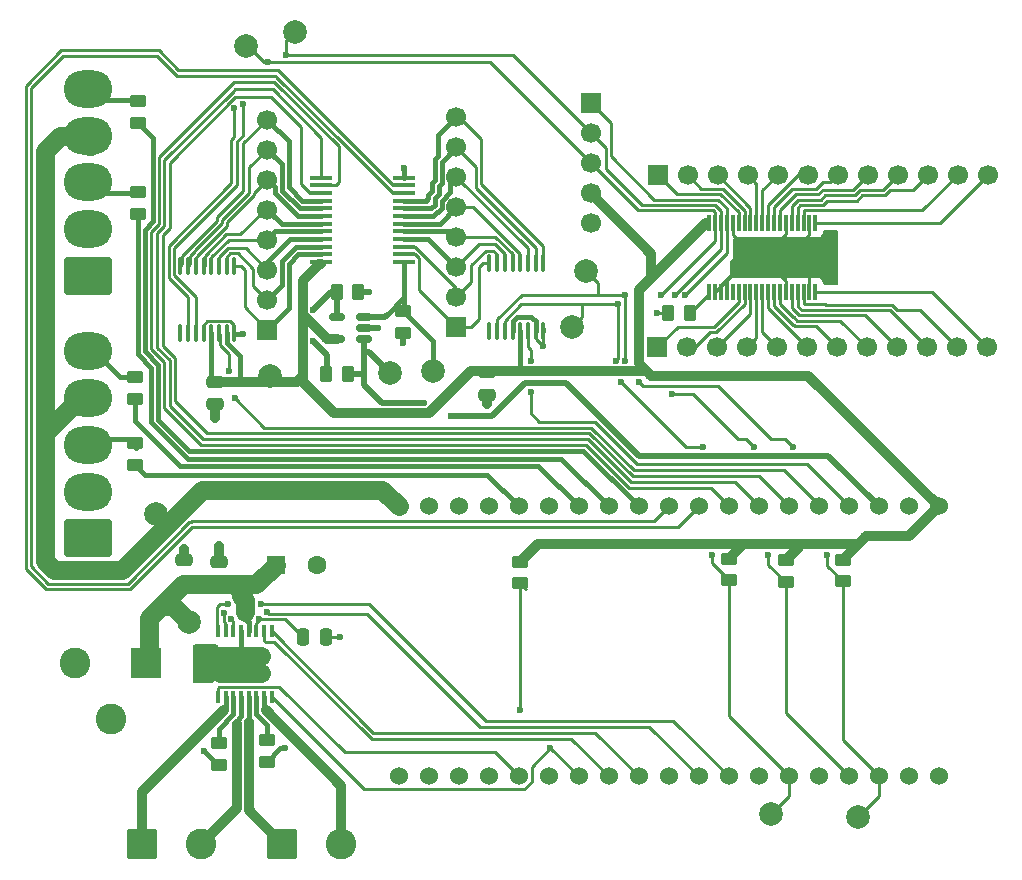
<source format=gbr>
%TF.GenerationSoftware,KiCad,Pcbnew,9.0.5*%
%TF.CreationDate,2025-11-07T06:39:14-08:00*%
%TF.ProjectId,SoftKeyboardController,536f6674-4b65-4796-926f-617264436f6e,v1.5*%
%TF.SameCoordinates,Original*%
%TF.FileFunction,Copper,L1,Top*%
%TF.FilePolarity,Positive*%
%FSLAX46Y46*%
G04 Gerber Fmt 4.6, Leading zero omitted, Abs format (unit mm)*
G04 Created by KiCad (PCBNEW 9.0.5) date 2025-11-07 06:39:14*
%MOMM*%
%LPD*%
G01*
G04 APERTURE LIST*
G04 Aperture macros list*
%AMRoundRect*
0 Rectangle with rounded corners*
0 $1 Rounding radius*
0 $2 $3 $4 $5 $6 $7 $8 $9 X,Y pos of 4 corners*
0 Add a 4 corners polygon primitive as box body*
4,1,4,$2,$3,$4,$5,$6,$7,$8,$9,$2,$3,0*
0 Add four circle primitives for the rounded corners*
1,1,$1+$1,$2,$3*
1,1,$1+$1,$4,$5*
1,1,$1+$1,$6,$7*
1,1,$1+$1,$8,$9*
0 Add four rect primitives between the rounded corners*
20,1,$1+$1,$2,$3,$4,$5,0*
20,1,$1+$1,$4,$5,$6,$7,0*
20,1,$1+$1,$6,$7,$8,$9,0*
20,1,$1+$1,$8,$9,$2,$3,0*%
G04 Aperture macros list end*
%TA.AperFunction,SMDPad,CuDef*%
%ADD10RoundRect,0.250000X-0.450000X0.262500X-0.450000X-0.262500X0.450000X-0.262500X0.450000X0.262500X0*%
%TD*%
%TA.AperFunction,SMDPad,CuDef*%
%ADD11RoundRect,0.250000X0.450000X-0.262500X0.450000X0.262500X-0.450000X0.262500X-0.450000X-0.262500X0*%
%TD*%
%TA.AperFunction,ComponentPad*%
%ADD12R,1.700000X1.700000*%
%TD*%
%TA.AperFunction,ComponentPad*%
%ADD13C,1.700000*%
%TD*%
%TA.AperFunction,SMDPad,CuDef*%
%ADD14RoundRect,0.250000X0.262500X0.450000X-0.262500X0.450000X-0.262500X-0.450000X0.262500X-0.450000X0*%
%TD*%
%TA.AperFunction,ComponentPad*%
%ADD15R,2.600000X2.600000*%
%TD*%
%TA.AperFunction,ComponentPad*%
%ADD16C,2.600000*%
%TD*%
%TA.AperFunction,SMDPad,CuDef*%
%ADD17R,0.300000X1.450000*%
%TD*%
%TA.AperFunction,SMDPad,CuDef*%
%ADD18R,4.900000X3.100000*%
%TD*%
%TA.AperFunction,SMDPad,CuDef*%
%ADD19RoundRect,0.250000X-0.475000X0.250000X-0.475000X-0.250000X0.475000X-0.250000X0.475000X0.250000X0*%
%TD*%
%TA.AperFunction,ComponentPad*%
%ADD20RoundRect,0.250000X1.800000X-1.330000X1.800000X1.330000X-1.800000X1.330000X-1.800000X-1.330000X0*%
%TD*%
%TA.AperFunction,ComponentPad*%
%ADD21O,4.100000X3.160000*%
%TD*%
%TA.AperFunction,ComponentPad*%
%ADD22RoundRect,0.250000X-1.050000X-1.050000X1.050000X-1.050000X1.050000X1.050000X-1.050000X1.050000X0*%
%TD*%
%TA.AperFunction,SMDPad,CuDef*%
%ADD23RoundRect,0.100000X0.100000X-0.637500X0.100000X0.637500X-0.100000X0.637500X-0.100000X-0.637500X0*%
%TD*%
%TA.AperFunction,SMDPad,CuDef*%
%ADD24RoundRect,0.250000X-0.262500X-0.450000X0.262500X-0.450000X0.262500X0.450000X-0.262500X0.450000X0*%
%TD*%
%TA.AperFunction,ComponentPad*%
%ADD25C,2.000000*%
%TD*%
%TA.AperFunction,ComponentPad*%
%ADD26RoundRect,0.250000X-0.550000X-0.550000X0.550000X-0.550000X0.550000X0.550000X-0.550000X0.550000X0*%
%TD*%
%TA.AperFunction,ComponentPad*%
%ADD27C,1.600000*%
%TD*%
%TA.AperFunction,ComponentPad*%
%ADD28C,1.524000*%
%TD*%
%TA.AperFunction,SMDPad,CuDef*%
%ADD29RoundRect,0.250000X0.250000X0.475000X-0.250000X0.475000X-0.250000X-0.475000X0.250000X-0.475000X0*%
%TD*%
%TA.AperFunction,SMDPad,CuDef*%
%ADD30RoundRect,0.150000X0.512500X0.150000X-0.512500X0.150000X-0.512500X-0.150000X0.512500X-0.150000X0*%
%TD*%
%TA.AperFunction,SMDPad,CuDef*%
%ADD31R,0.450000X1.050000*%
%TD*%
%TA.AperFunction,SMDPad,CuDef*%
%ADD32R,0.895000X1.470000*%
%TD*%
%TA.AperFunction,SMDPad,CuDef*%
%ADD33RoundRect,0.100000X0.850000X0.100000X-0.850000X0.100000X-0.850000X-0.100000X0.850000X-0.100000X0*%
%TD*%
%TA.AperFunction,ViaPad*%
%ADD34C,0.600000*%
%TD*%
%TA.AperFunction,Conductor*%
%ADD35C,0.508000*%
%TD*%
%TA.AperFunction,Conductor*%
%ADD36C,1.625600*%
%TD*%
%TA.AperFunction,Conductor*%
%ADD37C,0.254000*%
%TD*%
%TA.AperFunction,Conductor*%
%ADD38C,0.381000*%
%TD*%
%TA.AperFunction,Conductor*%
%ADD39C,0.812800*%
%TD*%
G04 APERTURE END LIST*
D10*
%TO.P,R6,1*%
%TO.N,+3V3*%
X216154000Y-92231500D03*
%TO.P,R6,2*%
%TO.N,SCL*%
X216154000Y-94056500D03*
%TD*%
D11*
%TO.P,R3,1*%
%TO.N,GND*%
X172974000Y-109677500D03*
%TO.P,R3,2*%
%TO.N,Net-(U6-AISEN)*%
X172974000Y-107852500D03*
%TD*%
D12*
%TO.P,J2,1,Pin_1*%
%TO.N,Net-(ESP1-GPIO1{slash}TX0)*%
X204470000Y-53647000D03*
D13*
%TO.P,J2,2,Pin_2*%
%TO.N,SCL*%
X204470000Y-56187000D03*
%TO.P,J2,3,Pin_3*%
%TO.N,SDA*%
X204470000Y-58727000D03*
%TO.P,J2,4,Pin_4*%
%TO.N,+3V3*%
X204470000Y-61267000D03*
%TO.P,J2,5,Pin_5*%
%TO.N,GND*%
X204470000Y-63807000D03*
%TD*%
D14*
%TO.P,R14,1*%
%TO.N,GND*%
X184808500Y-69649000D03*
%TO.P,R14,2*%
%TO.N,Net-(U4--)*%
X182983500Y-69649000D03*
%TD*%
D15*
%TO.P,J1,1*%
%TO.N,Net-(U6-VM)*%
X166830000Y-101091000D03*
D16*
%TO.P,J1,2*%
%TO.N,GND*%
X160830000Y-101091000D03*
%TO.P,J1,3*%
%TO.N,unconnected-(J1-Pad3)*%
X163830000Y-105791000D03*
%TD*%
D17*
%TO.P,IC1,1,REXT*%
%TO.N,Net-(IC1-REXT)*%
X214494200Y-69654400D03*
%TO.P,IC1,2,AD0*%
%TO.N,GND*%
X214994200Y-69654400D03*
%TO.P,IC1,3,AD1*%
X215494200Y-69654400D03*
%TO.P,IC1,4,AD2*%
X215994200Y-69654400D03*
%TO.P,IC1,5,~{OE}*%
%TO.N,unconnected-(IC1-~{OE}-Pad5)*%
X216494200Y-69654400D03*
%TO.P,IC1,6,LED0*%
%TO.N,Net-(IC1-LED0)*%
X216994200Y-69654400D03*
%TO.P,IC1,7,LED1*%
%TO.N,Net-(IC1-LED1)*%
X217494200Y-69654400D03*
%TO.P,IC1,8,LED2*%
%TO.N,Net-(IC1-LED2)*%
X217994200Y-69654400D03*
%TO.P,IC1,9,LED3*%
%TO.N,Net-(IC1-LED3)*%
X218494200Y-69654400D03*
%TO.P,IC1,10,LED4*%
%TO.N,Net-(IC1-LED4)*%
X218994200Y-69654400D03*
%TO.P,IC1,11,LED5*%
%TO.N,Net-(IC1-LED5)*%
X219494200Y-69654400D03*
%TO.P,IC1,12,LED6*%
%TO.N,Net-(IC1-LED6)*%
X219994200Y-69654400D03*
%TO.P,IC1,13,LED7*%
%TO.N,Net-(IC1-LED7)*%
X220494200Y-69654400D03*
%TO.P,IC1,14,VSS_1*%
%TO.N,GND*%
X220994200Y-69654400D03*
%TO.P,IC1,15,LED8*%
%TO.N,Net-(IC1-LED8)*%
X221494200Y-69654400D03*
%TO.P,IC1,16,LED9*%
%TO.N,Net-(IC1-LED9)*%
X221994200Y-69654400D03*
%TO.P,IC1,17,LED10*%
%TO.N,Net-(IC1-LED10)*%
X222494200Y-69654400D03*
%TO.P,IC1,18,VSS_2*%
%TO.N,GND*%
X222994200Y-69654400D03*
%TO.P,IC1,19,LED11*%
%TO.N,Net-(IC1-LED11)*%
X223494200Y-69654400D03*
%TO.P,IC1,20,LED12*%
%TO.N,Net-(IC1-LED12)*%
X223494200Y-63804400D03*
%TO.P,IC1,21,VSS_3*%
%TO.N,GND*%
X222994200Y-63804400D03*
%TO.P,IC1,22,LED13*%
%TO.N,Net-(IC1-LED13)*%
X222494200Y-63804400D03*
%TO.P,IC1,23,LED14*%
%TO.N,Net-(IC1-LED14)*%
X221994200Y-63804400D03*
%TO.P,IC1,24,LED15*%
%TO.N,Net-(IC1-LED15)*%
X221494200Y-63804400D03*
%TO.P,IC1,25,VSS_4*%
%TO.N,GND*%
X220994200Y-63804400D03*
%TO.P,IC1,26,LED16*%
%TO.N,Net-(IC1-LED16)*%
X220494200Y-63804400D03*
%TO.P,IC1,27,LED17*%
%TO.N,Net-(IC1-LED17)*%
X219994200Y-63804400D03*
%TO.P,IC1,28,LED18*%
%TO.N,Net-(IC1-LED18)*%
X219494200Y-63804400D03*
%TO.P,IC1,29,LED19*%
%TO.N,Net-(IC1-LED19)*%
X218994200Y-63804400D03*
%TO.P,IC1,30,LED20*%
%TO.N,Net-(IC1-LED20)*%
X218494200Y-63804400D03*
%TO.P,IC1,31,LED21*%
%TO.N,Net-(IC1-LED21)*%
X217994200Y-63804400D03*
%TO.P,IC1,32,LED22*%
%TO.N,Net-(IC1-LED22)*%
X217494200Y-63804400D03*
%TO.P,IC1,33,LED23*%
%TO.N,Net-(IC1-LED23)*%
X216994200Y-63804400D03*
%TO.P,IC1,34,VSS_5*%
%TO.N,GND*%
X216494200Y-63804400D03*
%TO.P,IC1,35,~{RESET}*%
%TO.N,Net-(ESP1-GPIO1{slash}TX0)*%
X215994200Y-63804400D03*
%TO.P,IC1,36,SCL*%
%TO.N,SCL*%
X215494200Y-63804400D03*
%TO.P,IC1,37,SDA*%
%TO.N,SDA*%
X214994200Y-63804400D03*
%TO.P,IC1,38,VDD*%
%TO.N,+3V3*%
X214494200Y-63804400D03*
D18*
%TO.P,IC1,39,GND*%
%TO.N,GND*%
X218994200Y-66729400D03*
%TD*%
D19*
%TO.P,C5,1*%
%TO.N,+3V3*%
X195707000Y-76446000D03*
%TO.P,C5,2*%
%TO.N,GND*%
X195707000Y-78346000D03*
%TD*%
D20*
%TO.P,J10,1,Pin_1*%
%TO.N,GND*%
X161910000Y-68298000D03*
D21*
%TO.P,J10,2,Pin_2*%
%TO.N,unconnected-(J10-Pin_2-Pad2)*%
X161910000Y-64338000D03*
%TO.P,J10,3,Pin_3*%
%TO.N,Net-(J10-Pin_3)*%
X161910000Y-60378000D03*
%TO.P,J10,4,Pin_4*%
%TO.N,5v*%
X161910000Y-56418000D03*
%TO.P,J10,5,Pin_5*%
%TO.N,Net-(J10-Pin_5)*%
X161910000Y-52458000D03*
%TD*%
D22*
%TO.P,J3,1,Pin_1*%
%TO.N,Net-(J3-Pin_1)*%
X166470000Y-116365000D03*
D16*
%TO.P,J3,2,Pin_2*%
%TO.N,Net-(J3-Pin_2)*%
X171470000Y-116365000D03*
%TD*%
D23*
%TO.P,U3,1,VREF*%
%TO.N,unconnected-(U3-VREF-Pad1)*%
X169739000Y-73157500D03*
%TO.P,U3,2,SDA*%
%TO.N,SDA*%
X170389000Y-73157500D03*
%TO.P,U3,3,SCL*%
%TO.N,SCL*%
X171039000Y-73157500D03*
%TO.P,U3,4,GND*%
%TO.N,GND*%
X171689000Y-73157500D03*
%TO.P,U3,5,V+*%
%TO.N,+3V3*%
X172339000Y-73157500D03*
%TO.P,U3,6,~{INT}*%
%TO.N,Net-(ESP1-GPI34{slash}ADC6)*%
X172989000Y-73157500D03*
%TO.P,U3,7,A0*%
%TO.N,+3V3*%
X173639000Y-73157500D03*
%TO.P,U3,8,A1*%
%TO.N,GND*%
X174289000Y-73157500D03*
%TO.P,U3,9,IN7*%
%TO.N,Net-(J8-Pin_1)*%
X174289000Y-67432500D03*
%TO.P,U3,10,IN6*%
%TO.N,Net-(J8-Pin_2)*%
X173639000Y-67432500D03*
%TO.P,U3,11,IN5*%
%TO.N,Net-(J8-Pin_3)*%
X172989000Y-67432500D03*
%TO.P,U3,12,IN4*%
%TO.N,Net-(J8-Pin_4)*%
X172339000Y-67432500D03*
%TO.P,U3,13,IN3*%
%TO.N,Net-(J8-Pin_5)*%
X171689000Y-67432500D03*
%TO.P,U3,14,IN2*%
%TO.N,Net-(J8-Pin_6)*%
X171039000Y-67432500D03*
%TO.P,U3,15,IN1*%
%TO.N,Net-(J8-Pin_7)*%
X170389000Y-67432500D03*
%TO.P,U3,16,IN0*%
%TO.N,Net-(J8-Pin_8)*%
X169739000Y-67432500D03*
%TD*%
D24*
%TO.P,R7,1*%
%TO.N,GND*%
X211027000Y-71427000D03*
%TO.P,R7,2*%
%TO.N,Net-(IC1-REXT)*%
X212852000Y-71427000D03*
%TD*%
D10*
%TO.P,R1,1*%
%TO.N,+3V3*%
X198501000Y-92485500D03*
%TO.P,R1,2*%
%TO.N,Net-(ESP1-GPIO4)*%
X198501000Y-94310500D03*
%TD*%
D11*
%TO.P,R4,1*%
%TO.N,GND*%
X177038000Y-109423500D03*
%TO.P,R4,2*%
%TO.N,Net-(U6-BISEN)*%
X177038000Y-107598500D03*
%TD*%
%TO.P,R10,1*%
%TO.N,Net-(ESP1-GPIO12)*%
X165862000Y-78689500D03*
%TO.P,R10,2*%
%TO.N,Net-(J9-Pin_5)*%
X165862000Y-76864500D03*
%TD*%
%TO.P,R9,1*%
%TO.N,Net-(ESP1-GPIO27)*%
X166116000Y-55321500D03*
%TO.P,R9,2*%
%TO.N,Net-(J10-Pin_5)*%
X166116000Y-53496500D03*
%TD*%
D25*
%TO.P,TP7,1,1*%
%TO.N,SCL*%
X179451000Y-47678000D03*
%TD*%
D26*
%TO.P,C1,1*%
%TO.N,Net-(U6-VM)*%
X177798349Y-92763000D03*
D27*
%TO.P,C1,2*%
%TO.N,GND*%
X181298349Y-92763000D03*
%TD*%
D22*
%TO.P,J4,1,Pin_1*%
%TO.N,Net-(J4-Pin_1)*%
X178328000Y-116365000D03*
D16*
%TO.P,J4,2,Pin_2*%
%TO.N,Net-(J4-Pin_2)*%
X183328000Y-116365000D03*
%TD*%
D28*
%TO.P,ESP1,1,3V3*%
%TO.N,+3V3*%
X233934000Y-87810000D03*
%TO.P,ESP1,2,~{RST/EN}*%
%TO.N,unconnected-(ESP1-~{RST{slash}EN}-Pad2)*%
X231394000Y-87810000D03*
%TO.P,ESP1,3,GPIO36/ADC0*%
%TO.N,I_Op*%
X228854000Y-87810000D03*
%TO.P,ESP1,4,GPI39/ADC3*%
%TO.N,Net-(ESP1-GPI39{slash}ADC3)*%
X226314000Y-87810000D03*
%TO.P,ESP1,5,GPI34/ADC6*%
%TO.N,Net-(ESP1-GPI34{slash}ADC6)*%
X223774000Y-87810000D03*
%TO.P,ESP1,6,GPI35/ADC7*%
%TO.N,~{Multi}*%
X221234000Y-87810000D03*
%TO.P,ESP1,7,GPIO32/ADC4*%
%TO.N,s3*%
X218694000Y-87810000D03*
%TO.P,ESP1,8,GPIO33/ADC5*%
%TO.N,s2*%
X216154000Y-87810000D03*
%TO.P,ESP1,9,GPIO25/DAC1*%
%TO.N,s1*%
X213614000Y-87810000D03*
%TO.P,ESP1,10,GPIO26/DAC2*%
%TO.N,s0*%
X211074000Y-87810000D03*
%TO.P,ESP1,11,GPIO27*%
%TO.N,Net-(ESP1-GPIO27)*%
X208534000Y-87810000D03*
%TO.P,ESP1,12,GPIO14*%
%TO.N,Net-(ESP1-GPIO14)*%
X205994000Y-87810000D03*
%TO.P,ESP1,13,GPIO12*%
%TO.N,Net-(ESP1-GPIO12)*%
X203454000Y-87810000D03*
%TO.P,ESP1,14,GND*%
%TO.N,GND*%
X200914000Y-87810000D03*
%TO.P,ESP1,15,GPIO13*%
%TO.N,Net-(ESP1-GPIO13)*%
X198374000Y-87810000D03*
%TO.P,ESP1,16,(RX1/F-D2)*%
%TO.N,unconnected-(ESP1-(RX1{slash}F-D2)-Pad16)*%
X195834000Y-87810000D03*
%TO.P,ESP1,17,(TX1/F-D3)*%
%TO.N,unconnected-(ESP1-(TX1{slash}F-D3)-Pad17)*%
X193294000Y-87810000D03*
%TO.P,ESP1,18,(F-CMD)*%
%TO.N,unconnected-(ESP1-(F-CMD)-Pad18)*%
X190754000Y-87810000D03*
%TO.P,ESP1,19,Vin5V*%
%TO.N,5v*%
X188214000Y-87810000D03*
%TO.P,ESP1,20,(F-CK)*%
%TO.N,unconnected-(ESP1-(F-CK)-Pad20)*%
X188214000Y-110670000D03*
%TO.P,ESP1,21,(F-D0)*%
%TO.N,unconnected-(ESP1-(F-D0)-Pad21)*%
X190754000Y-110670000D03*
%TO.P,ESP1,22,(F-D1)*%
%TO.N,unconnected-(ESP1-(F-D1)-Pad22)*%
X193294000Y-110670000D03*
%TO.P,ESP1,23,GPIO15*%
%TO.N,unconnected-(ESP1-GPIO15-Pad23)*%
X195834000Y-110670000D03*
%TO.P,ESP1,24,GPIO2*%
%TO.N,Net-(ESP1-GPIO2)*%
X198374000Y-110670000D03*
%TO.P,ESP1,25,GPIO0/~{PROG}*%
%TO.N,unconnected-(ESP1-GPIO0{slash}~{PROG}-Pad25)*%
X200914000Y-110670000D03*
%TO.P,ESP1,26,GPIO4*%
%TO.N,Net-(ESP1-GPIO4)*%
X203454000Y-110670000D03*
%TO.P,ESP1,27,GPIO16/RX2*%
%TO.N,Net-(ESP1-GPIO16{slash}RX2)*%
X205994000Y-110670000D03*
%TO.P,ESP1,28,GPIO17/TX2*%
%TO.N,Net-(ESP1-GPIO17{slash}TX2)*%
X208534000Y-110670000D03*
%TO.P,ESP1,29,GPIO5*%
%TO.N,unconnected-(ESP1-GPIO5-Pad29)*%
X211074000Y-110670000D03*
%TO.P,ESP1,30,GPIO18/SCK*%
%TO.N,Net-(ESP1-GPIO18{slash}SCK)*%
X213614000Y-110670000D03*
%TO.P,ESP1,31,GPIO19/CIPO*%
%TO.N,Net-(ESP1-GPIO19{slash}CIPO)*%
X216154000Y-110670000D03*
%TO.P,ESP1,32,GND*%
%TO.N,GND*%
X218694000Y-110670000D03*
%TO.P,ESP1,33,GPIO21/SDA*%
%TO.N,SCL*%
X221234000Y-110670000D03*
%TO.P,ESP1,34,GPIO3/RX0*%
%TO.N,unconnected-(ESP1-GPIO3{slash}RX0-Pad34)*%
X223774000Y-110670000D03*
%TO.P,ESP1,35,GPIO1/TX0*%
%TO.N,Net-(ESP1-GPIO1{slash}TX0)*%
X226314000Y-110670000D03*
%TO.P,ESP1,36,GPIO22/SCL*%
%TO.N,SDA*%
X228854000Y-110670000D03*
%TO.P,ESP1,37,GPIO23/COPI*%
%TO.N,unconnected-(ESP1-GPIO23{slash}COPI-Pad37)*%
X231394000Y-110670000D03*
%TO.P,ESP1,38,GND*%
%TO.N,GND*%
X233934000Y-110670000D03*
%TD*%
D25*
%TO.P,TP6,1,1*%
%TO.N,SCL*%
X202882500Y-72633500D03*
%TD*%
%TO.P,TP11,1,1*%
%TO.N,Net-(U6-VM)*%
X170434000Y-97589000D03*
%TD*%
%TO.P,TP2,1,1*%
%TO.N,Net-(U4-+)*%
X191135000Y-76380000D03*
%TD*%
%TO.P,TP4,1,1*%
%TO.N,SCL*%
X219710000Y-113845000D03*
%TD*%
D10*
%TO.P,R5,1*%
%TO.N,+3V3*%
X220980000Y-92382000D03*
%TO.P,R5,2*%
%TO.N,Net-(ESP1-GPIO1{slash}TX0)*%
X220980000Y-94207000D03*
%TD*%
D12*
%TO.P,J8,1,Pin_1*%
%TO.N,Net-(J8-Pin_1)*%
X177094000Y-72835000D03*
D13*
%TO.P,J8,2,Pin_2*%
%TO.N,Net-(J8-Pin_2)*%
X177094000Y-70295000D03*
%TO.P,J8,3,Pin_3*%
%TO.N,Net-(J8-Pin_3)*%
X177094000Y-67755000D03*
%TO.P,J8,4,Pin_4*%
%TO.N,Net-(J8-Pin_4)*%
X177094000Y-65215000D03*
%TO.P,J8,5,Pin_5*%
%TO.N,Net-(J8-Pin_5)*%
X177094000Y-62675000D03*
%TO.P,J8,6,Pin_6*%
%TO.N,Net-(J8-Pin_6)*%
X177094000Y-60135000D03*
%TO.P,J8,7,Pin_7*%
%TO.N,Net-(J8-Pin_7)*%
X177094000Y-57595000D03*
%TO.P,J8,8,Pin_8*%
%TO.N,Net-(J8-Pin_8)*%
X177094000Y-55055000D03*
%TD*%
D24*
%TO.P,R13,1*%
%TO.N,Net-(U4--)*%
X182094500Y-76634000D03*
%TO.P,R13,2*%
%TO.N,I_Op*%
X183919500Y-76634000D03*
%TD*%
D12*
%TO.P,J7,1,Pin_1*%
%TO.N,Net-(J7-Pin_1)*%
X193096400Y-72616800D03*
D13*
%TO.P,J7,2,Pin_2*%
%TO.N,Net-(J7-Pin_2)*%
X193096400Y-70076800D03*
%TO.P,J7,3,Pin_3*%
%TO.N,Net-(J7-Pin_3)*%
X193096400Y-67536800D03*
%TO.P,J7,4,Pin_4*%
%TO.N,Net-(J7-Pin_4)*%
X193096400Y-64996800D03*
%TO.P,J7,5,Pin_5*%
%TO.N,Net-(J7-Pin_5)*%
X193096400Y-62456800D03*
%TO.P,J7,6,Pin_6*%
%TO.N,Net-(J7-Pin_6)*%
X193096400Y-59916800D03*
%TO.P,J7,7,Pin_7*%
%TO.N,Net-(J7-Pin_7)*%
X193096400Y-57376800D03*
%TO.P,J7,8,Pin_8*%
%TO.N,Net-(J7-Pin_8)*%
X193096400Y-54836800D03*
%TD*%
D29*
%TO.P,C6,1*%
%TO.N,GND*%
X182052000Y-98859000D03*
%TO.P,C6,2*%
%TO.N,Net-(U6-VINT)*%
X180152000Y-98859000D03*
%TD*%
D11*
%TO.P,R12,1*%
%TO.N,GND*%
X188600200Y-73110600D03*
%TO.P,R12,2*%
%TO.N,Net-(U4-+)*%
X188600200Y-71285600D03*
%TD*%
D12*
%TO.P,J6,1,Pin_1*%
%TO.N,Net-(IC1-LED0)*%
X210104200Y-74349400D03*
D13*
%TO.P,J6,2,Pin_2*%
%TO.N,Net-(IC1-LED1)*%
X212644200Y-74349400D03*
%TO.P,J6,3,Pin_3*%
%TO.N,Net-(IC1-LED2)*%
X215184200Y-74349400D03*
%TO.P,J6,4,Pin_4*%
%TO.N,Net-(IC1-LED3)*%
X217724200Y-74349400D03*
%TO.P,J6,5,Pin_5*%
%TO.N,Net-(IC1-LED4)*%
X220264200Y-74349400D03*
%TO.P,J6,6,Pin_6*%
%TO.N,Net-(IC1-LED5)*%
X222804200Y-74349400D03*
%TO.P,J6,7,Pin_7*%
%TO.N,Net-(IC1-LED6)*%
X225344200Y-74349400D03*
%TO.P,J6,8,Pin_8*%
%TO.N,Net-(IC1-LED7)*%
X227884200Y-74349400D03*
%TO.P,J6,9,Pin_9*%
%TO.N,Net-(IC1-LED8)*%
X230424200Y-74349400D03*
%TO.P,J6,10,Pin_10*%
%TO.N,Net-(IC1-LED9)*%
X232964200Y-74349400D03*
%TO.P,J6,11,Pin_11*%
%TO.N,Net-(IC1-LED10)*%
X235504200Y-74349400D03*
%TO.P,J6,12,Pin_12*%
%TO.N,Net-(IC1-LED11)*%
X238044200Y-74349400D03*
%TD*%
D19*
%TO.P,C3,1*%
%TO.N,GND*%
X170058100Y-92376800D03*
%TO.P,C3,2*%
%TO.N,Net-(U6-VM)*%
X170058100Y-94276800D03*
%TD*%
D25*
%TO.P,TP8,1,1*%
%TO.N,SDA*%
X175260000Y-48821000D03*
%TD*%
D23*
%TO.P,U2,1,VREF*%
%TO.N,unconnected-(U2-VREF-Pad1)*%
X195901400Y-72939300D03*
%TO.P,U2,2,SDA*%
%TO.N,SDA*%
X196551400Y-72939300D03*
%TO.P,U2,3,SCL*%
%TO.N,SCL*%
X197201400Y-72939300D03*
%TO.P,U2,4,GND*%
%TO.N,GND*%
X197851400Y-72939300D03*
%TO.P,U2,5,V+*%
%TO.N,+3V3*%
X198501400Y-72939300D03*
%TO.P,U2,6,~{INT}*%
%TO.N,Net-(ESP1-GPI39{slash}ADC3)*%
X199151400Y-72939300D03*
%TO.P,U2,7,A0*%
%TO.N,GND*%
X199801400Y-72939300D03*
%TO.P,U2,8,A1*%
X200451400Y-72939300D03*
%TO.P,U2,9,IN7*%
%TO.N,Net-(J7-Pin_8)*%
X200451400Y-67214300D03*
%TO.P,U2,10,IN6*%
%TO.N,Net-(J7-Pin_7)*%
X199801400Y-67214300D03*
%TO.P,U2,11,IN5*%
%TO.N,Net-(J7-Pin_6)*%
X199151400Y-67214300D03*
%TO.P,U2,12,IN4*%
%TO.N,Net-(J7-Pin_5)*%
X198501400Y-67214300D03*
%TO.P,U2,13,IN3*%
%TO.N,Net-(J7-Pin_4)*%
X197851400Y-67214300D03*
%TO.P,U2,14,IN2*%
%TO.N,Net-(J7-Pin_3)*%
X197201400Y-67214300D03*
%TO.P,U2,15,IN1*%
%TO.N,Net-(J7-Pin_2)*%
X196551400Y-67214300D03*
%TO.P,U2,16,IN0*%
%TO.N,Net-(J7-Pin_1)*%
X195901400Y-67214300D03*
%TD*%
D19*
%TO.P,C4,1*%
%TO.N,+3V3*%
X172649000Y-77280000D03*
%TO.P,C4,2*%
%TO.N,GND*%
X172649000Y-79180000D03*
%TD*%
D25*
%TO.P,TP1,1,1*%
%TO.N,I_Op*%
X187452000Y-76507000D03*
%TD*%
D19*
%TO.P,C2,1*%
%TO.N,GND*%
X172979100Y-92514000D03*
%TO.P,C2,2*%
%TO.N,Net-(U6-VM)*%
X172979100Y-94414000D03*
%TD*%
D25*
%TO.P,TP10,1,1*%
%TO.N,+3V3*%
X177292000Y-76761000D03*
%TD*%
D10*
%TO.P,R2,1*%
%TO.N,+3V3*%
X225806000Y-92335000D03*
%TO.P,R2,2*%
%TO.N,SDA*%
X225806000Y-94160000D03*
%TD*%
D25*
%TO.P,TP5,1,1*%
%TO.N,SDA*%
X204089000Y-67871000D03*
%TD*%
D20*
%TO.P,J9,1,Pin_1*%
%TO.N,GND*%
X161910000Y-90523000D03*
D21*
%TO.P,J9,2,Pin_2*%
%TO.N,unconnected-(J9-Pin_2-Pad2)*%
X161910000Y-86563000D03*
%TO.P,J9,3,Pin_3*%
%TO.N,Net-(J9-Pin_3)*%
X161910000Y-82603000D03*
%TO.P,J9,4,Pin_4*%
%TO.N,5v*%
X161910000Y-78643000D03*
%TO.P,J9,5,Pin_5*%
%TO.N,Net-(J9-Pin_5)*%
X161910000Y-74683000D03*
%TD*%
D11*
%TO.P,R8,1*%
%TO.N,Net-(ESP1-GPIO14)*%
X166116000Y-63045000D03*
%TO.P,R8,2*%
%TO.N,Net-(J10-Pin_3)*%
X166116000Y-61220000D03*
%TD*%
D30*
%TO.P,U4,1*%
%TO.N,I_Op*%
X185287500Y-73647000D03*
%TO.P,U4,2,V-*%
%TO.N,GND*%
X185287500Y-72697000D03*
%TO.P,U4,3,+*%
%TO.N,Net-(U4-+)*%
X185287500Y-71747000D03*
%TO.P,U4,4,-*%
%TO.N,Net-(U4--)*%
X183012500Y-71747000D03*
%TO.P,U4,5,V+*%
%TO.N,+3V3*%
X183012500Y-73647000D03*
%TD*%
D11*
%TO.P,R11,1*%
%TO.N,Net-(ESP1-GPIO13)*%
X165862000Y-84277500D03*
%TO.P,R11,2*%
%TO.N,Net-(J9-Pin_3)*%
X165862000Y-82452500D03*
%TD*%
D12*
%TO.P,J5,1,Pin_1*%
%TO.N,Net-(IC1-LED23)*%
X210133200Y-59744400D03*
D13*
%TO.P,J5,2,Pin_2*%
%TO.N,Net-(IC1-LED22)*%
X212673200Y-59744400D03*
%TO.P,J5,3,Pin_3*%
%TO.N,Net-(IC1-LED21)*%
X215213200Y-59744400D03*
%TO.P,J5,4,Pin_4*%
%TO.N,Net-(IC1-LED20)*%
X217753200Y-59744400D03*
%TO.P,J5,5,Pin_5*%
%TO.N,Net-(IC1-LED19)*%
X220293200Y-59744400D03*
%TO.P,J5,6,Pin_6*%
%TO.N,Net-(IC1-LED18)*%
X222833200Y-59744400D03*
%TO.P,J5,7,Pin_7*%
%TO.N,Net-(IC1-LED17)*%
X225373200Y-59744400D03*
%TO.P,J5,8,Pin_8*%
%TO.N,Net-(IC1-LED16)*%
X227913200Y-59744400D03*
%TO.P,J5,9,Pin_9*%
%TO.N,Net-(IC1-LED15)*%
X230453200Y-59744400D03*
%TO.P,J5,10,Pin_10*%
%TO.N,Net-(IC1-LED14)*%
X232993200Y-59744400D03*
%TO.P,J5,11,Pin_11*%
%TO.N,Net-(IC1-LED13)*%
X235533200Y-59744400D03*
%TO.P,J5,12,Pin_12*%
%TO.N,Net-(IC1-LED12)*%
X238073200Y-59744400D03*
%TD*%
D31*
%TO.P,U6,1,~{SLEEP}*%
%TO.N,Net-(ESP1-GPIO2)*%
X172912500Y-103947000D03*
%TO.P,U6,2,AOUT1*%
%TO.N,Net-(J3-Pin_1)*%
X173562500Y-103947000D03*
%TO.P,U6,3,AISEN*%
%TO.N,Net-(U6-AISEN)*%
X174212500Y-103947000D03*
%TO.P,U6,4,AOUT2*%
%TO.N,Net-(J3-Pin_2)*%
X174862500Y-103947000D03*
%TO.P,U6,5,BOUT2*%
%TO.N,Net-(J4-Pin_1)*%
X175512500Y-103947000D03*
%TO.P,U6,6,BISEN*%
%TO.N,Net-(U6-BISEN)*%
X176162500Y-103947000D03*
%TO.P,U6,7,BOUT1*%
%TO.N,Net-(J4-Pin_2)*%
X176812500Y-103947000D03*
%TO.P,U6,8,~{FAULT}*%
%TO.N,Net-(ESP1-GPIO4)*%
X177462500Y-103947000D03*
%TO.P,U6,9,BIN1*%
%TO.N,Net-(ESP1-GPIO17{slash}TX2)*%
X177462500Y-98397000D03*
%TO.P,U6,10,BIN2*%
%TO.N,Net-(ESP1-GPIO16{slash}RX2)*%
X176812500Y-98397000D03*
%TO.P,U6,11,VREF*%
%TO.N,Net-(U6-VINT)*%
X176162500Y-98397000D03*
%TO.P,U6,12,VM*%
%TO.N,Net-(U6-VM)*%
X175512500Y-98397000D03*
%TO.P,U6,13,GND*%
%TO.N,GND*%
X174862500Y-98397000D03*
%TO.P,U6,14,VINT*%
%TO.N,Net-(U6-VINT)*%
X174212500Y-98397000D03*
%TO.P,U6,15,AIN2*%
%TO.N,Net-(ESP1-GPIO18{slash}SCK)*%
X173562500Y-98397000D03*
%TO.P,U6,16,AIN1*%
%TO.N,Net-(ESP1-GPIO19{slash}CIPO)*%
X172912500Y-98397000D03*
D32*
%TO.P,U6,17,GND*%
%TO.N,GND*%
X173845000Y-101907000D03*
X174740000Y-101907000D03*
X175635000Y-101907000D03*
X176530000Y-101907000D03*
X173845000Y-100437000D03*
X174740000Y-100437000D03*
X175635000Y-100437000D03*
X176530000Y-100437000D03*
%TD*%
D25*
%TO.P,TP9,1,1*%
%TO.N,5v*%
X167640000Y-88445000D03*
%TD*%
%TO.P,TP3,1,1*%
%TO.N,SDA*%
X227076000Y-114099000D03*
%TD*%
D33*
%TO.P,U5,1,COM*%
%TO.N,Net-(U4-+)*%
X188666000Y-67128000D03*
%TO.P,U5,2,I7*%
%TO.N,Net-(J7-Pin_1)*%
X188666000Y-66478000D03*
%TO.P,U5,3,I6*%
%TO.N,Net-(J7-Pin_2)*%
X188666000Y-65828000D03*
%TO.P,U5,4,I5*%
%TO.N,Net-(J7-Pin_3)*%
X188666000Y-65178000D03*
%TO.P,U5,5,I4*%
%TO.N,Net-(J7-Pin_4)*%
X188666000Y-64528000D03*
%TO.P,U5,6,I3*%
%TO.N,Net-(J7-Pin_5)*%
X188666000Y-63878000D03*
%TO.P,U5,7,I2*%
%TO.N,Net-(J7-Pin_6)*%
X188666000Y-63228000D03*
%TO.P,U5,8,I1*%
%TO.N,Net-(J7-Pin_7)*%
X188666000Y-62578000D03*
%TO.P,U5,9,I0*%
%TO.N,Net-(J7-Pin_8)*%
X188666000Y-61928000D03*
%TO.P,U5,10,S0*%
%TO.N,s0*%
X188666000Y-61278000D03*
%TO.P,U5,11,S1*%
%TO.N,s1*%
X188666000Y-60628000D03*
%TO.P,U5,12,GND*%
%TO.N,GND*%
X188666000Y-59978000D03*
%TO.P,U5,13,S3*%
%TO.N,s3*%
X181666000Y-59978000D03*
%TO.P,U5,14,S2*%
%TO.N,s2*%
X181666000Y-60628000D03*
%TO.P,U5,15,~{E}*%
%TO.N,~{Multi}*%
X181666000Y-61278000D03*
%TO.P,U5,16,I15*%
%TO.N,Net-(J8-Pin_8)*%
X181666000Y-61928000D03*
%TO.P,U5,17,I14*%
%TO.N,Net-(J8-Pin_7)*%
X181666000Y-62578000D03*
%TO.P,U5,18,I13*%
%TO.N,Net-(J8-Pin_6)*%
X181666000Y-63228000D03*
%TO.P,U5,19,I12*%
%TO.N,Net-(J8-Pin_5)*%
X181666000Y-63878000D03*
%TO.P,U5,20,I11*%
%TO.N,Net-(J8-Pin_4)*%
X181666000Y-64528000D03*
%TO.P,U5,21,I10*%
%TO.N,Net-(J8-Pin_3)*%
X181666000Y-65178000D03*
%TO.P,U5,22,I9*%
%TO.N,Net-(J8-Pin_2)*%
X181666000Y-65828000D03*
%TO.P,U5,23,I8*%
%TO.N,Net-(J8-Pin_1)*%
X181666000Y-66478000D03*
%TO.P,U5,24,VCC*%
%TO.N,+3V3*%
X181666000Y-67128000D03*
%TD*%
D34*
%TO.N,GND*%
X172466000Y-100637000D03*
X188600200Y-73967000D03*
X171196000Y-101272000D03*
X225044000Y-66093000D03*
X183261000Y-98859000D03*
X222758000Y-67617000D03*
X200451400Y-74256800D03*
X224282000Y-67617000D03*
X223520000Y-66855000D03*
X223520000Y-65331000D03*
X222758000Y-66855000D03*
X221996000Y-66093000D03*
X172466000Y-101907000D03*
X224282000Y-66093000D03*
X171196000Y-100002000D03*
X188676400Y-59119000D03*
X175006000Y-73205000D03*
X221996000Y-65331000D03*
X224282000Y-65331000D03*
X171196000Y-100637000D03*
X195707000Y-79174000D03*
X185674000Y-69649000D03*
X178562000Y-108257000D03*
X221996000Y-67617000D03*
X225044000Y-67617000D03*
X225044000Y-65331000D03*
X171831000Y-100637000D03*
X172979100Y-91178000D03*
X172649000Y-80328000D03*
X171831000Y-101907000D03*
X224282000Y-66855000D03*
X172466000Y-101272000D03*
X171196000Y-101907000D03*
X210101800Y-71427000D03*
X171831000Y-101272000D03*
X221996000Y-66855000D03*
X171831000Y-100002000D03*
X171704000Y-108511000D03*
X222758000Y-66093000D03*
X172466000Y-100002000D03*
X223520000Y-67617000D03*
X170058100Y-91457400D03*
X186436000Y-72697000D03*
X223520000Y-66093000D03*
X222758000Y-65331000D03*
X225044000Y-66855000D03*
%TO.N,SCL*%
X178689000Y-49591000D03*
X214704000Y-91891400D03*
X206574221Y-75473600D03*
X207010000Y-77286400D03*
X175006000Y-53766000D03*
X206746600Y-70703003D03*
X213995000Y-82791000D03*
X211582000Y-69903000D03*
%TO.N,SDA*%
X207374223Y-75473601D03*
X224472500Y-91937500D03*
X177165000Y-50218000D03*
X221615000Y-82791000D03*
X174284699Y-54112013D03*
X210439000Y-69903000D03*
X208534000Y-77286400D03*
X207373600Y-69903000D03*
%TO.N,Net-(U6-VINT)*%
X174021750Y-97366750D03*
X176403000Y-97366750D03*
%TO.N,Net-(ESP1-GPIO19{slash}CIPO)*%
X176530000Y-96065000D03*
X173731406Y-96067552D03*
%TO.N,Net-(ESP1-GPIO18{slash}SCK)*%
X177038000Y-96708000D03*
X173443473Y-96813942D03*
%TO.N,Net-(ESP1-GPIO1{slash}TX0)*%
X212471000Y-69903000D03*
X218313000Y-82791000D03*
X219519500Y-91937500D03*
X211328000Y-78285000D03*
%TO.N,I_Op*%
X190373000Y-79029600D03*
X192659000Y-80190000D03*
%TO.N,Net-(ESP1-GPIO4)*%
X201041000Y-108257000D03*
X198501000Y-105082000D03*
%TO.N,Net-(U4--)*%
X180992400Y-71167078D03*
X180992400Y-73840000D03*
%TO.N,Net-(ESP1-GPI34{slash}ADC6)*%
X173863000Y-76373600D03*
X174371000Y-78666000D03*
%TO.N,Net-(ESP1-GPI39{slash}ADC3)*%
X199390000Y-75473600D03*
X199390000Y-78157000D03*
%TD*%
D35*
%TO.N,GND*%
X185287500Y-72697000D02*
X186436000Y-72697000D01*
D36*
X173845000Y-100437000D02*
X172666000Y-100437000D01*
D37*
X221870400Y-66729400D02*
X221996000Y-66855000D01*
X220994200Y-64729400D02*
X218994200Y-66729400D01*
X217888200Y-66729400D02*
X218994200Y-66729400D01*
X220994200Y-69654400D02*
X220994200Y-68729400D01*
D38*
X172974000Y-109781000D02*
X171704000Y-108511000D01*
X178204500Y-108257000D02*
X177038000Y-109423500D01*
X174862500Y-100314500D02*
X174740000Y-100437000D01*
D39*
X172649000Y-79180000D02*
X172649000Y-80328000D01*
D37*
X199801400Y-73606800D02*
X199801400Y-72939300D01*
D35*
X184808500Y-69649000D02*
X185674000Y-69649000D01*
D37*
X220994200Y-63804400D02*
X220994200Y-64729400D01*
D38*
X188676400Y-59967600D02*
X188666000Y-59978000D01*
D37*
X173919054Y-72092000D02*
X174289000Y-72461946D01*
D35*
X188600200Y-73967000D02*
X188600200Y-73110600D01*
D37*
X215994200Y-68623400D02*
X217888200Y-66729400D01*
X171689000Y-73157500D02*
X171689000Y-72420001D01*
D38*
X178562000Y-108257000D02*
X178204500Y-108257000D01*
D37*
X174289000Y-72461946D02*
X174289000Y-73157500D01*
X215994200Y-69654400D02*
X215994200Y-68623400D01*
D39*
X195707000Y-78346000D02*
X195707000Y-79174000D01*
D37*
X220994200Y-68729400D02*
X218994200Y-66729400D01*
X218388200Y-66729400D02*
X218994200Y-66729400D01*
X200451400Y-74256800D02*
X199801400Y-73606800D01*
X217844200Y-66729400D02*
X218994200Y-66729400D01*
X222994200Y-69654400D02*
X222994200Y-68025400D01*
X222994200Y-67853200D02*
X222758000Y-67617000D01*
D39*
X170058100Y-92376800D02*
X170058100Y-91457400D01*
D38*
X174862500Y-98397000D02*
X174862500Y-100314500D01*
X199801400Y-72153942D02*
X199801400Y-72939300D01*
D37*
X222994200Y-69654400D02*
X222994200Y-67853200D01*
D38*
X200451400Y-72803942D02*
X200451400Y-72939300D01*
D37*
X171689000Y-72420001D02*
X172017001Y-72092000D01*
X216494200Y-63804400D02*
X216494200Y-64835400D01*
D38*
X197851400Y-72939300D02*
X197851400Y-72153942D01*
D37*
X222994200Y-68025400D02*
X221698200Y-66729400D01*
D36*
X173845000Y-100437000D02*
X176530000Y-100437000D01*
D37*
X215494200Y-69654400D02*
X215494200Y-69079400D01*
D36*
X173101000Y-101907000D02*
X172466000Y-101272000D01*
D37*
X211027000Y-71427000D02*
X210101800Y-71427000D01*
X217919200Y-66729400D02*
X218994200Y-66729400D01*
X215494200Y-69079400D02*
X217844200Y-66729400D01*
D38*
X199457758Y-71810300D02*
X199801400Y-72153942D01*
X197851400Y-72153942D02*
X198195042Y-71810300D01*
X198195042Y-71810300D02*
X199457758Y-71810300D01*
D36*
X176530000Y-101907000D02*
X173845000Y-101907000D01*
D38*
X175006000Y-73205000D02*
X174336500Y-73205000D01*
D37*
X214994200Y-69654400D02*
X217919200Y-66729400D01*
X221698200Y-66729400D02*
X218994200Y-66729400D01*
D36*
X173845000Y-101907000D02*
X173101000Y-101907000D01*
D37*
X200451400Y-74256800D02*
X200451400Y-72939300D01*
D39*
X172979100Y-92514000D02*
X172979100Y-91178000D01*
D37*
X221100200Y-66729400D02*
X218994200Y-66729400D01*
D36*
X172666000Y-100437000D02*
X172466000Y-100637000D01*
D38*
X188676400Y-59119000D02*
X188676400Y-59967600D01*
D37*
X216494200Y-64835400D02*
X218388200Y-66729400D01*
D38*
X174336500Y-73205000D02*
X174289000Y-73157500D01*
D37*
X222994200Y-64835400D02*
X221100200Y-66729400D01*
X222994200Y-63804400D02*
X222994200Y-64835400D01*
X182052000Y-98859000D02*
X183261000Y-98859000D01*
X172017001Y-72092000D02*
X173919054Y-72092000D01*
D39*
%TO.N,+3V3*%
X179578000Y-77269000D02*
X177800000Y-77269000D01*
X208534000Y-75694000D02*
X208534000Y-69522000D01*
X233934000Y-87810000D02*
X231394000Y-90350000D01*
D38*
X198501400Y-72939300D02*
X198501400Y-76379600D01*
D39*
X180086000Y-77269000D02*
X180086000Y-76761000D01*
D38*
X172339000Y-73157500D02*
X172339000Y-76970000D01*
D39*
X222885000Y-76761000D02*
X209601000Y-76761000D01*
X182179000Y-73647000D02*
X180086000Y-71554000D01*
X222123000Y-90985000D02*
X222123000Y-91239000D01*
X212964200Y-65091800D02*
X212964200Y-65077000D01*
X222123000Y-91239000D02*
X220980000Y-92382000D01*
X176773000Y-77280000D02*
X172649000Y-77280000D01*
D38*
X198501400Y-76379600D02*
X198501000Y-76380000D01*
D39*
X217400500Y-90985000D02*
X216154000Y-92231500D01*
X177292000Y-76761000D02*
X176773000Y-77280000D01*
D38*
X174752000Y-75055858D02*
X173639000Y-73942858D01*
D39*
X182753000Y-79936000D02*
X190754000Y-79936000D01*
D38*
X174752000Y-77280000D02*
X174752000Y-75055858D01*
D39*
X227156000Y-90985000D02*
X227791000Y-90350000D01*
X200001500Y-90985000D02*
X217678000Y-90985000D01*
X209601000Y-76761000D02*
X209220000Y-76380000D01*
X180097000Y-77280000D02*
X182753000Y-79936000D01*
X233934000Y-87810000D02*
X222885000Y-76761000D01*
X198501000Y-92485500D02*
X200001500Y-90985000D01*
X231394000Y-90350000D02*
X227791000Y-90350000D01*
X181508600Y-67285400D02*
X181666000Y-67285400D01*
X180097000Y-77280000D02*
X180086000Y-77269000D01*
X194310000Y-76380000D02*
X198501000Y-76380000D01*
X209613500Y-68442500D02*
X209613500Y-66410500D01*
X217678000Y-90985000D02*
X222123000Y-90985000D01*
X183012500Y-73647000D02*
X182179000Y-73647000D01*
X190754000Y-79936000D02*
X194310000Y-76380000D01*
X180086000Y-76761000D02*
X179578000Y-77269000D01*
X177800000Y-77269000D02*
X177292000Y-76761000D01*
X222123000Y-90985000D02*
X227156000Y-90985000D01*
X180086000Y-68708000D02*
X181508600Y-67285400D01*
X209601000Y-76761000D02*
X208534000Y-75694000D01*
X209613500Y-66410500D02*
X204470000Y-61267000D01*
X180086000Y-76761000D02*
X180086000Y-68708000D01*
X227791000Y-90350000D02*
X225806000Y-92335000D01*
D38*
X172649000Y-77280000D02*
X173374000Y-77280000D01*
D39*
X198501000Y-76380000D02*
X209220000Y-76380000D01*
X212964200Y-65077000D02*
X214236800Y-63804400D01*
D38*
X172339000Y-76970000D02*
X172649000Y-77280000D01*
D39*
X217678000Y-90985000D02*
X217400500Y-90985000D01*
X208534000Y-69522000D02*
X212964200Y-65091800D01*
D38*
X173639000Y-73942858D02*
X173639000Y-73157500D01*
D37*
%TO.N,SCL*%
X174551000Y-56887532D02*
X174551000Y-56896000D01*
X205740000Y-59235000D02*
X205740000Y-57457000D01*
X206746600Y-70703003D02*
X203708000Y-70703003D01*
X174498000Y-56949000D02*
X174498000Y-60632000D01*
X216154000Y-105590000D02*
X221234000Y-110670000D01*
X203708000Y-70703003D02*
X203708000Y-71808000D01*
X178697000Y-49583000D02*
X197866000Y-49583000D01*
X214704000Y-91891400D02*
X214704000Y-92606500D01*
X206746600Y-75301221D02*
X206746600Y-70703003D01*
X215494200Y-63804400D02*
X215494200Y-65990800D01*
X216154000Y-93832000D02*
X216154000Y-94056500D01*
X169211000Y-65919000D02*
X169211000Y-68250054D01*
X206574221Y-75473600D02*
X206746600Y-75301221D01*
X216154000Y-104320000D02*
X216154000Y-105590000D01*
X178689000Y-49591000D02*
X178697000Y-49583000D01*
X175006000Y-56432532D02*
X174551000Y-56887532D01*
X216154000Y-93832000D02*
X216154000Y-104320000D01*
X203708000Y-71808000D02*
X202819000Y-72697000D01*
X171039000Y-70078054D02*
X171039000Y-73157500D01*
X174551000Y-56896000D02*
X174498000Y-56949000D01*
X175006000Y-53766000D02*
X175006000Y-56432532D01*
X214704000Y-92606500D02*
X216154000Y-94056500D01*
X197866000Y-49583000D02*
X204470000Y-56187000D01*
X203708000Y-70703003D02*
X198569069Y-70703003D01*
X215494200Y-62773400D02*
X215008200Y-62287400D01*
X213995000Y-82791000D02*
X213172000Y-82791000D01*
X178689000Y-48313000D02*
X179451000Y-47551000D01*
X169211000Y-68250054D02*
X171039000Y-70078054D01*
X215008200Y-62287400D02*
X208792400Y-62287400D01*
X174498000Y-60632000D02*
X169211000Y-65919000D01*
X208792400Y-62287400D02*
X205740000Y-59235000D01*
X215494200Y-65990800D02*
X211582000Y-69903000D01*
X215494200Y-63804400D02*
X215494200Y-62773400D01*
X219710000Y-113845000D02*
X221234000Y-112321000D01*
X213172000Y-82791000D02*
X212514600Y-82791000D01*
X221234000Y-112321000D02*
X221234000Y-110670000D01*
X212514600Y-82791000D02*
X207010000Y-77286400D01*
X205740000Y-57457000D02*
X204470000Y-56187000D01*
X178689000Y-49591000D02*
X178689000Y-48313000D01*
X197201400Y-72070672D02*
X197201400Y-72939300D01*
X198569069Y-70703003D02*
X197201400Y-72070672D01*
D36*
%TO.N,Net-(U6-VM)*%
X174303249Y-94414000D02*
X174879000Y-94989751D01*
X167105000Y-97229900D02*
X167105000Y-100742279D01*
X169920900Y-94414000D02*
X168081950Y-96252950D01*
X174303249Y-94414000D02*
X176147349Y-94414000D01*
X172979100Y-94414000D02*
X174303249Y-94414000D01*
X176147349Y-94414000D02*
X177798349Y-92763000D01*
X169097950Y-96252950D02*
X170434000Y-97589000D01*
X168081950Y-96252950D02*
X167105000Y-97229900D01*
D38*
X175512500Y-98397000D02*
X175512500Y-97587500D01*
D36*
X174879000Y-95430000D02*
X175214583Y-95765583D01*
X168081950Y-96252950D02*
X169097950Y-96252950D01*
X169920900Y-94414000D02*
X172979100Y-94414000D01*
D39*
X170058100Y-94276800D02*
X170371249Y-94276800D01*
D36*
X167105000Y-100742279D02*
X166779890Y-101067389D01*
X175214583Y-95765583D02*
X175214583Y-96781583D01*
D35*
X175512500Y-97587500D02*
X175387000Y-97462000D01*
D36*
X174879000Y-94989751D02*
X174879000Y-95430000D01*
D37*
%TO.N,SDA*%
X174043000Y-60443533D02*
X168756000Y-65730533D01*
X205105000Y-69903000D02*
X198628000Y-69903000D01*
X227076000Y-114099000D02*
X228854000Y-112321000D01*
X224472500Y-92826500D02*
X224472500Y-91937500D01*
X170389000Y-70071522D02*
X170389000Y-73157500D01*
X214994200Y-63804400D02*
X214994200Y-65347800D01*
X208897600Y-77650000D02*
X208534000Y-77286400D01*
X205105000Y-68887000D02*
X204089000Y-67871000D01*
X225806000Y-94160000D02*
X224472500Y-92826500D01*
X174096000Y-56707533D02*
X174043000Y-56760533D01*
X205105000Y-69903000D02*
X205105000Y-68887000D01*
X174284699Y-54112013D02*
X174284699Y-56510366D01*
X225806000Y-94160000D02*
X225806000Y-94033000D01*
X195961000Y-50218000D02*
X204470000Y-58727000D01*
X215265000Y-77650000D02*
X208897600Y-77650000D01*
X176784000Y-50218000D02*
X175260000Y-48694000D01*
X207373600Y-69903000D02*
X205105000Y-69903000D01*
X219710000Y-82095000D02*
X215265000Y-77650000D01*
X214994200Y-63804400D02*
X214994200Y-62916868D01*
X177165000Y-50218000D02*
X195961000Y-50218000D01*
X214994200Y-65347800D02*
X210439000Y-69903000D01*
X174096000Y-56699065D02*
X174096000Y-56707533D01*
X228854000Y-112321000D02*
X228854000Y-110670000D01*
X207373600Y-75472978D02*
X207373600Y-69903000D01*
X214994200Y-62916868D02*
X214819732Y-62742400D01*
X174043000Y-56760533D02*
X174043000Y-60443533D01*
X225806000Y-94033000D02*
X225806000Y-104701000D01*
X207374223Y-75473601D02*
X207373600Y-75472978D01*
X168756000Y-68438522D02*
X170389000Y-70071522D01*
X174284699Y-56510366D02*
X174096000Y-56699065D01*
X196551400Y-71979600D02*
X196551400Y-72939300D01*
X168756000Y-65730533D02*
X168756000Y-68438522D01*
X177165000Y-50218000D02*
X176784000Y-50218000D01*
X225806000Y-104701000D02*
X225806000Y-107622000D01*
X208485400Y-62742400D02*
X214819732Y-62742400D01*
X204470000Y-58727000D02*
X208485400Y-62742400D01*
X221615000Y-82791000D02*
X220919000Y-82095000D01*
X220919000Y-82095000D02*
X219710000Y-82095000D01*
X225806000Y-107622000D02*
X228854000Y-110670000D01*
X198628000Y-69903000D02*
X196551400Y-71979600D01*
%TO.N,Net-(U6-VINT)*%
X174212500Y-97557500D02*
X174212500Y-98397000D01*
X176162500Y-97641000D02*
X176468500Y-97335000D01*
X176468500Y-97335000D02*
X178628000Y-97335000D01*
X178628000Y-97335000D02*
X180152000Y-98859000D01*
X176162500Y-98397000D02*
X176162500Y-97641000D01*
X174021750Y-97366750D02*
X174212500Y-97557500D01*
%TO.N,Net-(ESP1-GPIO19{slash}CIPO)*%
X216154000Y-110670000D02*
X211455000Y-105971000D01*
X185674000Y-96065000D02*
X176530000Y-96065000D01*
X211455000Y-105971000D02*
X195580000Y-105971000D01*
X173731406Y-96067552D02*
X173061906Y-96067552D01*
X195580000Y-105971000D02*
X185674000Y-96065000D01*
X173061906Y-96067552D02*
X172793878Y-96335580D01*
X172793878Y-98278378D02*
X172912500Y-98397000D01*
X172793878Y-96335580D02*
X172793878Y-98278378D01*
%TO.N,~{Multi}*%
X174371000Y-53139000D02*
X177419000Y-53139000D01*
X221234000Y-87810000D02*
X218694000Y-85270000D01*
X168275000Y-64811205D02*
X168814500Y-64271704D01*
X218694000Y-85270000D02*
X208026000Y-85270000D01*
X177419000Y-53139000D02*
X179959000Y-55679000D01*
X168814500Y-64271704D02*
X168814500Y-58695500D01*
X171958000Y-81587000D02*
X169269500Y-78898500D01*
X168814500Y-58695500D02*
X174371000Y-53139000D01*
X179959000Y-55679000D02*
X179959000Y-60520999D01*
X208026000Y-85270000D02*
X204343000Y-81587000D01*
X179959000Y-60520999D02*
X180716001Y-61278000D01*
X168275000Y-74239123D02*
X168275000Y-64811205D01*
X204343000Y-81587000D02*
X171958000Y-81587000D01*
X221234000Y-87810000D02*
X221234000Y-87302000D01*
X169269500Y-78898500D02*
X169269500Y-75233623D01*
X169269500Y-75233623D02*
X168275000Y-74239123D01*
X180716001Y-61278000D02*
X181666000Y-61278000D01*
%TO.N,s1*%
X188666000Y-60628000D02*
X187757946Y-60628000D01*
X159630532Y-49202000D02*
X156646200Y-52186332D01*
X158369000Y-94795000D02*
X165481000Y-94795000D01*
X156646200Y-93072200D02*
X158369000Y-94795000D01*
X165481000Y-94795000D02*
X170688000Y-89588000D01*
X211836000Y-89588000D02*
X213614000Y-87810000D01*
X187757946Y-60628000D02*
X177982946Y-50853000D01*
X177982946Y-50853000D02*
X169553468Y-50853000D01*
X170688000Y-89588000D02*
X211836000Y-89588000D01*
X169553468Y-50853000D02*
X167902468Y-49202000D01*
X156646200Y-52186332D02*
X156646200Y-93072200D01*
X167902468Y-49202000D02*
X159630532Y-49202000D01*
%TO.N,Net-(ESP1-GPIO16{slash}RX2)*%
X202819000Y-107495000D02*
X185917032Y-107495000D01*
X205994000Y-110670000D02*
X202819000Y-107495000D01*
X185917032Y-107495000D02*
X177672032Y-99250000D01*
X176909500Y-99250000D02*
X176812500Y-99153000D01*
X176812500Y-99153000D02*
X176812500Y-98397000D01*
X177672032Y-99250000D02*
X176909500Y-99250000D01*
%TO.N,s3*%
X168359500Y-64083237D02*
X168359500Y-58507032D01*
X171627968Y-82137500D02*
X168814500Y-79324032D01*
X174371000Y-52504000D02*
X177546000Y-52504000D01*
X207878738Y-85778000D02*
X204238237Y-82137500D01*
X216662000Y-85778000D02*
X207878738Y-85778000D01*
X167767000Y-74374591D02*
X167767000Y-64675738D01*
X174191000Y-52684000D02*
X174371000Y-52504000D01*
X168814500Y-79324032D02*
X168814500Y-75422091D01*
X168359500Y-58507032D02*
X174182533Y-52684000D01*
X218694000Y-87810000D02*
X216662000Y-85778000D01*
X174182533Y-52684000D02*
X174191000Y-52684000D01*
X181666000Y-56624000D02*
X181666000Y-59978000D01*
X177546000Y-52504000D02*
X181666000Y-56624000D01*
X167767000Y-64675738D02*
X168359500Y-64083237D01*
X168814500Y-75422091D02*
X167767000Y-74374591D01*
X204238237Y-82137500D02*
X171627968Y-82137500D01*
%TO.N,Net-(ESP1-GPIO17{slash}TX2)*%
X204851000Y-106987000D02*
X186052500Y-106987000D01*
X186052500Y-106987000D02*
X177462500Y-98397000D01*
X208534000Y-110670000D02*
X204851000Y-106987000D01*
%TO.N,s2*%
X214630000Y-86286000D02*
X207743270Y-86286000D01*
X216154000Y-87810000D02*
X214630000Y-86286000D01*
X168359500Y-79512500D02*
X168359500Y-75610559D01*
X174244000Y-51869000D02*
X177673000Y-51869000D01*
X167259000Y-74510059D02*
X167259000Y-64540270D01*
X167259000Y-64540270D02*
X167904500Y-63894770D01*
X183134000Y-60378000D02*
X182884000Y-60628000D01*
X168359500Y-75610559D02*
X167259000Y-74510059D01*
X171439500Y-82592500D02*
X168359500Y-79512500D01*
X204049770Y-82592500D02*
X171439500Y-82592500D01*
X177673000Y-51869000D02*
X183134000Y-57330000D01*
X183134000Y-57330000D02*
X183134000Y-60378000D01*
X182884000Y-60628000D02*
X181666000Y-60628000D01*
X167904500Y-58208500D02*
X174244000Y-51869000D01*
X167904500Y-63894770D02*
X167904500Y-58208500D01*
X207743270Y-86286000D02*
X204049770Y-82592500D01*
%TO.N,Net-(ESP1-GPIO18{slash}SCK)*%
X213106000Y-110670000D02*
X213614000Y-110670000D01*
X185547000Y-96954000D02*
X195072000Y-106479000D01*
X179705467Y-96880000D02*
X179779468Y-96954000D01*
X173393750Y-97627750D02*
X173562500Y-97796500D01*
X173443473Y-96813942D02*
X173443473Y-96815856D01*
X179779468Y-96954000D02*
X185547000Y-96954000D01*
X209423000Y-106479000D02*
X213614000Y-110670000D01*
X177038000Y-96708000D02*
X177210000Y-96880000D01*
X173393750Y-96865579D02*
X173393750Y-97627750D01*
X177210000Y-96880000D02*
X179705467Y-96880000D01*
X173562500Y-97796500D02*
X173562500Y-98397000D01*
X173443473Y-96815856D02*
X173393750Y-96865579D01*
X195072000Y-106479000D02*
X209423000Y-106479000D01*
%TO.N,Net-(ESP1-GPIO1{slash}TX0)*%
X220980000Y-94207000D02*
X219519500Y-92746500D01*
X220980000Y-105336000D02*
X226314000Y-110670000D01*
X220980000Y-94086000D02*
X220980000Y-94207000D01*
X215994200Y-62560336D02*
X215266264Y-61832400D01*
X220980000Y-94086000D02*
X220980000Y-105336000D01*
X216916000Y-82095000D02*
X213106000Y-78285000D01*
X213106000Y-78285000D02*
X211328000Y-78285000D01*
X206195000Y-55372000D02*
X204470000Y-53647000D01*
X215994200Y-66379800D02*
X212471000Y-69903000D01*
X218313000Y-82791000D02*
X217617000Y-82095000D01*
X206195000Y-58162200D02*
X206195000Y-55372000D01*
X215994200Y-63804400D02*
X215994200Y-62560336D01*
X217617000Y-82095000D02*
X216916000Y-82095000D01*
X219519500Y-92746500D02*
X219519500Y-91937500D01*
X209865200Y-61832400D02*
X206195000Y-58162200D01*
X215266264Y-61832400D02*
X209865200Y-61832400D01*
X215994200Y-63804400D02*
X215994200Y-66379800D01*
D38*
%TO.N,Net-(ESP1-GPIO12)*%
X200025000Y-84381000D02*
X203454000Y-87810000D01*
X169672000Y-84381000D02*
X200025000Y-84381000D01*
X165862000Y-78689500D02*
X165862000Y-80571000D01*
X165862000Y-80571000D02*
X169672000Y-84381000D01*
D37*
%TO.N,Net-(ESP1-GPIO2)*%
X173009500Y-103094000D02*
X178098000Y-103094000D01*
X172912500Y-103947000D02*
X172912500Y-103191000D01*
X178098000Y-103094000D02*
X183642000Y-108638000D01*
X183642000Y-108638000D02*
X196342000Y-108638000D01*
X196342000Y-108638000D02*
X198374000Y-110670000D01*
X172912500Y-103191000D02*
X173009500Y-103094000D01*
D36*
%TO.N,5v*%
X159030002Y-93199200D02*
X158242000Y-92411198D01*
X161910000Y-78135000D02*
X161731813Y-78135000D01*
X171577000Y-86413000D02*
X164790800Y-93199200D01*
X159535000Y-56418000D02*
X158242000Y-57711000D01*
X186817000Y-86413000D02*
X171577000Y-86413000D01*
X161910000Y-56418000D02*
X159535000Y-56418000D01*
X164790800Y-93199200D02*
X159030002Y-93199200D01*
X161731813Y-78135000D02*
X158242000Y-81624813D01*
X188214000Y-87810000D02*
X186817000Y-86413000D01*
X162164000Y-57307000D02*
X161985813Y-57307000D01*
X158242000Y-57711000D02*
X158242000Y-81624813D01*
X160886000Y-78135000D02*
X161910000Y-78135000D01*
X158242000Y-92411198D02*
X158242000Y-81624813D01*
D38*
%TO.N,Net-(ESP1-GPIO27)*%
X170495072Y-83111000D02*
X167841000Y-80456928D01*
X208534000Y-87810000D02*
X203835000Y-83111000D01*
X167841000Y-75825329D02*
X166698000Y-74682329D01*
X166698000Y-64368000D02*
X167386000Y-63680000D01*
X167386000Y-63680000D02*
X167386000Y-56591500D01*
X167386000Y-56591500D02*
X166116000Y-55321500D01*
X167841000Y-80456928D02*
X167841000Y-75825329D01*
X203835000Y-83111000D02*
X170495072Y-83111000D01*
X166698000Y-74682329D02*
X166698000Y-64368000D01*
D35*
%TO.N,I_Op*%
X185287500Y-74729000D02*
X185674000Y-74729000D01*
X186799600Y-79029600D02*
X185287500Y-77517500D01*
X224589000Y-83545000D02*
X228854000Y-87810000D01*
X202372072Y-77396000D02*
X208521072Y-83545000D01*
X208521072Y-83545000D02*
X224589000Y-83545000D01*
X196088000Y-80190000D02*
X198882000Y-77396000D01*
X185287500Y-75255000D02*
X185287500Y-76385500D01*
X190373000Y-79029600D02*
X186799600Y-79029600D01*
X185287500Y-75255000D02*
X185287500Y-74729000D01*
X185287500Y-74729000D02*
X185287500Y-73647000D01*
X198882000Y-77396000D02*
X202372072Y-77396000D01*
X185287500Y-77517500D02*
X185287500Y-76634000D01*
X185287500Y-76634000D02*
X185287500Y-75255000D01*
X185287500Y-76634000D02*
X183919500Y-76634000D01*
X192659000Y-80190000D02*
X196088000Y-80190000D01*
X185674000Y-74729000D02*
X187452000Y-76507000D01*
D38*
%TO.N,Net-(ESP1-GPIO13)*%
X195707000Y-85143000D02*
X198374000Y-87810000D01*
X165862000Y-84277500D02*
X166727500Y-85143000D01*
X166727500Y-85143000D02*
X195707000Y-85143000D01*
D37*
%TO.N,s0*%
X183589000Y-57141533D02*
X183589000Y-57150000D01*
X177853000Y-51414000D02*
X177861468Y-51414000D01*
X177861468Y-51414000D02*
X183589000Y-57141533D01*
X209804000Y-89080000D02*
X170688000Y-89080000D01*
X170688000Y-89080000D02*
X170635000Y-89133000D01*
X169418000Y-51361000D02*
X177800000Y-51361000D01*
X157101200Y-92883732D02*
X157101200Y-52374800D01*
X183589000Y-57150000D02*
X187717000Y-61278000D01*
X187717000Y-61278000D02*
X188666000Y-61278000D01*
X157101200Y-52374800D02*
X159819000Y-49657000D01*
X159819000Y-49657000D02*
X167714000Y-49657000D01*
X167714000Y-49657000D02*
X169418000Y-51361000D01*
X158557468Y-94340000D02*
X157101200Y-92883732D01*
X165292532Y-94340000D02*
X158557468Y-94340000D01*
X170499532Y-89133000D02*
X165292532Y-94340000D01*
X211074000Y-87810000D02*
X209804000Y-89080000D01*
X170635000Y-89133000D02*
X170499532Y-89133000D01*
X177800000Y-51361000D02*
X177853000Y-51414000D01*
%TO.N,Net-(IC1-LED17)*%
X219994200Y-62436868D02*
X221508668Y-60922400D01*
X221508668Y-60922400D02*
X223560200Y-60922400D01*
X224738200Y-60379400D02*
X225373200Y-59744400D01*
X224103200Y-60379400D02*
X224738200Y-60379400D01*
X223560200Y-60922400D02*
X224103200Y-60379400D01*
X219994200Y-63804400D02*
X219994200Y-62436868D01*
%TO.N,Net-(IC1-LED9)*%
X229789200Y-71174400D02*
X232964200Y-74349400D01*
X222327733Y-71162400D02*
X224160667Y-71162400D01*
X222061200Y-70707400D02*
X222061200Y-70895867D01*
X224160667Y-71162400D02*
X224172667Y-71174400D01*
X222016200Y-69654400D02*
X222016200Y-70707400D01*
X222016200Y-70707400D02*
X222061200Y-70707400D01*
X221994200Y-69654400D02*
X222016200Y-69654400D01*
X224172667Y-71174400D02*
X229789200Y-71174400D01*
X222061200Y-70895867D02*
X222327733Y-71162400D01*
%TO.N,Net-(IC1-LED13)*%
X232526200Y-62751400D02*
X235533200Y-59744400D01*
X222494200Y-63804400D02*
X222494200Y-62773400D01*
X222494200Y-62773400D02*
X222516200Y-62751400D01*
X222516200Y-62751400D02*
X232526200Y-62751400D01*
%TO.N,Net-(IC1-LED18)*%
X219494200Y-62293400D02*
X222043200Y-59744400D01*
X219494200Y-63804400D02*
X219494200Y-62293400D01*
X222043200Y-59744400D02*
X222833200Y-59744400D01*
%TO.N,Net-(IC1-LED16)*%
X220516200Y-62696400D02*
X221835200Y-61377400D01*
X224111668Y-61014400D02*
X226643200Y-61014400D01*
X220494200Y-62773400D02*
X220516200Y-62751400D01*
X220494200Y-63804400D02*
X220494200Y-62773400D01*
X221835200Y-61377400D02*
X223748668Y-61377400D01*
X226643200Y-61014400D02*
X227913200Y-59744400D01*
X223748668Y-61377400D02*
X224111668Y-61014400D01*
X220516200Y-62751400D02*
X220516200Y-62696400D01*
%TO.N,Net-(IC1-LED23)*%
X216994200Y-62916868D02*
X215454732Y-61377400D01*
X216994200Y-63804400D02*
X216994200Y-62916868D01*
X211766200Y-61377400D02*
X210133200Y-59744400D01*
X215454732Y-61377400D02*
X211766200Y-61377400D01*
%TO.N,Net-(IC1-LED2)*%
X217994200Y-69654400D02*
X217994200Y-71539400D01*
X217994200Y-71539400D02*
X215184200Y-74349400D01*
%TO.N,Net-(IC1-LED21)*%
X217994200Y-62525400D02*
X215213200Y-59744400D01*
X217994200Y-63804400D02*
X217994200Y-62525400D01*
%TO.N,Net-(IC1-LED5)*%
X219494200Y-71039400D02*
X222804200Y-74349400D01*
X219494200Y-69654400D02*
X219494200Y-71039400D01*
%TO.N,Net-(IC1-LED3)*%
X218494200Y-69654400D02*
X218494200Y-73579400D01*
X218494200Y-73579400D02*
X217724200Y-74349400D01*
%TO.N,Net-(IC1-LED19)*%
X218994200Y-61043400D02*
X220293200Y-59744400D01*
X218994200Y-63804400D02*
X218994200Y-61043400D01*
%TO.N,Net-(IC1-LED11)*%
X223494200Y-69654400D02*
X233349200Y-69654400D01*
X233349200Y-69654400D02*
X238044200Y-74349400D01*
%TO.N,Net-(IC1-LED1)*%
X214549200Y-73079400D02*
X213279200Y-74349400D01*
X217494200Y-69654400D02*
X217494200Y-70685400D01*
X213279200Y-74349400D02*
X212644200Y-74349400D01*
X217494200Y-70685400D02*
X215100200Y-73079400D01*
X215100200Y-73079400D02*
X214549200Y-73079400D01*
%TO.N,Net-(IC1-LED14)*%
X221994200Y-62505336D02*
X222212136Y-62287400D01*
X221994200Y-63804400D02*
X221994200Y-62505336D01*
X224488604Y-61924400D02*
X227020136Y-61924400D01*
X227475136Y-61469400D02*
X229371668Y-61469400D01*
X222212136Y-62287400D02*
X224125604Y-62287400D01*
X224125604Y-62287400D02*
X224488604Y-61924400D01*
X227020136Y-61924400D02*
X227475136Y-61469400D01*
X229826668Y-61014400D02*
X231723200Y-61014400D01*
X231723200Y-61014400D02*
X232993200Y-59744400D01*
X229371668Y-61469400D02*
X229826668Y-61014400D01*
%TO.N,Net-(IC1-LED8)*%
X223984200Y-71629400D02*
X227704200Y-71629400D01*
X227704200Y-71629400D02*
X230424200Y-74349400D01*
X222139266Y-71617400D02*
X223972200Y-71617400D01*
X221494200Y-70972334D02*
X222139266Y-71617400D01*
X223972200Y-71617400D02*
X223984200Y-71629400D01*
X221494200Y-69654400D02*
X221494200Y-70972334D01*
%TO.N,Net-(IC1-LED12)*%
X234013200Y-63804400D02*
X238073200Y-59744400D01*
X223494200Y-63804400D02*
X234013200Y-63804400D01*
%TO.N,Net-(IC1-LED20)*%
X218494200Y-63804400D02*
X218494200Y-60485400D01*
X218494200Y-60485400D02*
X217753200Y-59744400D01*
%TO.N,Net-(IC1-LED4)*%
X218994200Y-69654400D02*
X218994200Y-73079400D01*
X218994200Y-73079400D02*
X220264200Y-74349400D01*
%TO.N,Net-(IC1-LED15)*%
X224300136Y-61469400D02*
X226831668Y-61469400D01*
X222023668Y-61832400D02*
X223937136Y-61832400D01*
X227286668Y-61014400D02*
X229183200Y-61014400D01*
X221494200Y-63804400D02*
X221494200Y-62361868D01*
X223937136Y-61832400D02*
X224300136Y-61469400D01*
X226831668Y-61469400D02*
X227286668Y-61014400D01*
X229183200Y-61014400D02*
X230453200Y-59744400D01*
X221494200Y-62361868D02*
X222023668Y-61832400D01*
%TO.N,Net-(IC1-LED0)*%
X216994200Y-70541932D02*
X214911732Y-72624400D01*
X214911732Y-72624400D02*
X211829200Y-72624400D01*
X216994200Y-69654400D02*
X216994200Y-70541932D01*
X211829200Y-72624400D02*
X210104200Y-74349400D01*
%TO.N,Net-(IC1-LED22)*%
X217494200Y-62773400D02*
X215643200Y-60922400D01*
X213851200Y-60922400D02*
X212673200Y-59744400D01*
X217494200Y-63804400D02*
X217494200Y-62773400D01*
X215643200Y-60922400D02*
X213851200Y-60922400D01*
%TO.N,Net-(IC1-LED6)*%
X223522200Y-72527400D02*
X225344200Y-74349400D01*
X221762332Y-72527400D02*
X223522200Y-72527400D01*
X221609733Y-72444400D02*
X221679331Y-72444400D01*
X219994200Y-69654400D02*
X219994200Y-70828867D01*
X221679331Y-72444400D02*
X221762332Y-72527400D01*
X219994200Y-70828867D02*
X221609733Y-72444400D01*
%TO.N,Net-(IC1-LED10)*%
X222516200Y-70707400D02*
X224349134Y-70707400D01*
X230432668Y-71174400D02*
X232329200Y-71174400D01*
X224349134Y-70707400D02*
X224361135Y-70719400D01*
X232329200Y-71174400D02*
X235504200Y-74349400D01*
X229977668Y-70719400D02*
X230432668Y-71174400D01*
X222494200Y-69654400D02*
X222516200Y-69654400D01*
X222516200Y-69654400D02*
X222516200Y-70707400D01*
X224361135Y-70719400D02*
X229977668Y-70719400D01*
%TO.N,Net-(IC1-LED7)*%
X225619200Y-72084400D02*
X227884200Y-74349400D01*
X223783732Y-72072400D02*
X223795733Y-72084400D01*
X221687799Y-71809400D02*
X221950799Y-72072400D01*
X220494200Y-70685400D02*
X221618200Y-71809400D01*
X223795733Y-72084400D02*
X225619200Y-72084400D01*
X221950799Y-72072400D02*
X223783732Y-72072400D01*
X221618200Y-71809400D02*
X221687799Y-71809400D01*
X220494200Y-69654400D02*
X220494200Y-70685400D01*
D39*
%TO.N,Net-(J3-Pin_2)*%
X174498000Y-113337000D02*
X174498000Y-106252804D01*
D38*
X174862500Y-103947000D02*
X174862500Y-105582974D01*
X174862500Y-105582974D02*
X174498000Y-105947474D01*
D39*
X171470000Y-116365000D02*
X174498000Y-113337000D01*
D38*
%TO.N,Net-(J3-Pin_1)*%
X173562500Y-103947000D02*
X173596000Y-103980500D01*
X173596000Y-103980500D02*
X173596000Y-104755000D01*
D39*
X166470000Y-116365000D02*
X166490000Y-116345000D01*
X166490000Y-116345000D02*
X166490000Y-112004000D01*
X166490000Y-112004000D02*
X173414600Y-105079400D01*
D38*
%TO.N,Net-(J4-Pin_1)*%
X175512500Y-103947000D02*
X175512500Y-106098000D01*
D39*
X175512500Y-113549500D02*
X178328000Y-116365000D01*
X175512500Y-106098000D02*
X175512500Y-113549500D01*
D38*
%TO.N,Net-(J4-Pin_2)*%
X176812500Y-103947000D02*
X176812500Y-104783500D01*
D39*
X183348000Y-111467000D02*
X176960400Y-105079400D01*
X183348000Y-116345000D02*
X183348000Y-111467000D01*
X183328000Y-116365000D02*
X183348000Y-116345000D01*
D37*
%TO.N,Net-(J8-Pin_3)*%
X172989000Y-67432500D02*
X172989000Y-66695001D01*
D38*
X177094000Y-67120000D02*
X177094000Y-67755000D01*
X181666000Y-65178000D02*
X179036000Y-65178000D01*
D37*
X175251000Y-65912000D02*
X177094000Y-67755000D01*
D38*
X179036000Y-65178000D02*
X177094000Y-67120000D01*
D37*
X172989000Y-66695001D02*
X173772001Y-65912000D01*
X173772001Y-65912000D02*
X175251000Y-65912000D01*
%TO.N,Net-(J8-Pin_2)*%
X175916000Y-69117000D02*
X177094000Y-70295000D01*
D38*
X178335500Y-67021500D02*
X178335500Y-69053500D01*
X181666000Y-65828000D02*
X179529000Y-65828000D01*
D37*
X173639000Y-67432500D02*
X173639000Y-66695001D01*
X177094000Y-70295000D02*
X177094000Y-69660000D01*
X174569054Y-66367000D02*
X175916000Y-67713946D01*
X175916000Y-67713946D02*
X175916000Y-69117000D01*
X173967001Y-66367000D02*
X174569054Y-66367000D01*
D38*
X179529000Y-65828000D02*
X178335500Y-67021500D01*
X178335500Y-69053500D02*
X177094000Y-70295000D01*
D37*
X173639000Y-66695001D02*
X173967001Y-66367000D01*
D38*
%TO.N,Net-(J8-Pin_4)*%
X177781000Y-64528000D02*
X177094000Y-65215000D01*
X181666000Y-64528000D02*
X177781000Y-64528000D01*
D37*
X173819001Y-65215000D02*
X177094000Y-65215000D01*
X172339000Y-67432500D02*
X172339000Y-66695001D01*
X172339000Y-66695001D02*
X173819001Y-65215000D01*
%TO.N,Net-(J8-Pin_6)*%
X171546470Y-66200603D02*
X171546470Y-66200596D01*
X171161000Y-66636000D02*
X171161000Y-66614946D01*
D38*
X179668728Y-63228000D02*
X181666000Y-63228000D01*
D37*
X173708600Y-64038467D02*
X173708600Y-63715868D01*
X173708600Y-63715868D02*
X175969000Y-61455467D01*
X171161000Y-66614946D02*
X171408946Y-66367000D01*
X171408946Y-66367000D02*
X171415478Y-66367000D01*
X175969000Y-61455467D02*
X175969000Y-61260000D01*
D38*
X179668728Y-63228000D02*
X177753500Y-61312772D01*
D37*
X175969000Y-61260000D02*
X177094000Y-60135000D01*
X171415478Y-66367000D02*
X171429000Y-66353478D01*
X171039000Y-66758000D02*
X171161000Y-66636000D01*
X171546470Y-66200596D02*
X173708600Y-64038467D01*
D38*
X177753500Y-60794500D02*
X177094000Y-60135000D01*
D37*
X171429001Y-66318065D02*
X171546470Y-66200603D01*
D38*
X177753500Y-61312772D02*
X177753500Y-60794500D01*
D37*
X171039000Y-67432500D02*
X171039000Y-66758000D01*
X171429000Y-66353478D02*
X171429001Y-66318065D01*
%TO.N,Net-(J8-Pin_8)*%
X170519012Y-65941112D02*
X170519012Y-65941104D01*
X170115478Y-66367000D02*
X170519001Y-65963478D01*
X175006000Y-57076000D02*
X177027000Y-55055000D01*
X169861000Y-66614946D02*
X170108946Y-66367000D01*
X170785539Y-65674585D02*
X170785546Y-65674585D01*
D38*
X180055400Y-61928000D02*
X178917500Y-60790100D01*
D37*
X169861000Y-67310500D02*
X169861000Y-66614946D01*
D38*
X181666000Y-61928000D02*
X180055400Y-61928000D01*
D37*
X170519001Y-65963478D02*
X170519001Y-65941130D01*
D38*
X178917500Y-60790100D02*
X178917500Y-56878500D01*
D37*
X170108946Y-66367000D02*
X170115478Y-66367000D01*
X170519006Y-65941125D02*
X170519006Y-65941118D01*
X170519012Y-65941104D02*
X170653569Y-65806555D01*
X175006000Y-61131532D02*
X175006000Y-57076000D01*
X170519006Y-65941118D02*
X170519012Y-65941112D01*
X170785546Y-65674585D02*
X172798600Y-63661533D01*
X172798600Y-63661533D02*
X172798600Y-63338932D01*
X177027000Y-55055000D02*
X177094000Y-55055000D01*
X169739000Y-67432500D02*
X169861000Y-67310500D01*
X170519001Y-65941130D02*
X170519006Y-65941125D01*
D38*
X178917500Y-56878500D02*
X177094000Y-55055000D01*
D37*
X172798600Y-63338932D02*
X175006000Y-61131532D01*
X170653569Y-65806555D02*
X170785539Y-65674585D01*
%TO.N,Net-(J8-Pin_5)*%
X176900000Y-62675000D02*
X177094000Y-62675000D01*
X171811000Y-66614946D02*
X171884000Y-66541946D01*
X173630534Y-64760000D02*
X174815000Y-64760000D01*
X171689000Y-67432500D02*
X171811000Y-67432500D01*
X174815000Y-64760000D02*
X176900000Y-62675000D01*
D38*
X178297000Y-63878000D02*
X177094000Y-62675000D01*
D37*
X171884000Y-66506533D02*
X173630534Y-64760000D01*
X171811000Y-67432500D02*
X171811000Y-66614946D01*
X171884000Y-66541946D02*
X171884000Y-66506533D01*
D38*
X181666000Y-63878000D02*
X178297000Y-63878000D01*
D37*
%TO.N,Net-(J8-Pin_7)*%
X175514000Y-61267000D02*
X175514000Y-59108000D01*
D38*
X181666000Y-62578000D02*
X179841800Y-62578000D01*
X178335500Y-61071700D02*
X178335500Y-58836500D01*
D37*
X170974006Y-66129585D02*
X171091476Y-66012122D01*
X170758946Y-66367000D02*
X170765478Y-66367000D01*
X170974006Y-66129592D02*
X170974006Y-66129585D01*
X175514000Y-59108000D02*
X177027000Y-57595000D01*
D38*
X178335500Y-58836500D02*
X177094000Y-57595000D01*
D37*
X170511000Y-66614946D02*
X170758946Y-66367000D01*
X170974001Y-66158478D02*
X170974001Y-66129597D01*
X170974001Y-66129597D02*
X170974006Y-66129592D01*
X170765478Y-66367000D02*
X170974001Y-66158478D01*
D38*
X179841800Y-62578000D02*
X178335500Y-61071700D01*
D37*
X177027000Y-57595000D02*
X177094000Y-57595000D01*
X170389000Y-67432500D02*
X170511000Y-67310500D01*
X171091476Y-66012122D02*
X173253600Y-63850000D01*
X170511000Y-67310500D02*
X170511000Y-66614946D01*
X173253600Y-63527400D02*
X175514000Y-61267000D01*
X173253600Y-63850000D02*
X173253600Y-63527400D01*
D38*
%TO.N,Net-(J8-Pin_1)*%
X179702072Y-66478000D02*
X178917500Y-67262572D01*
X181666000Y-66478000D02*
X179702072Y-66478000D01*
X178917500Y-67262572D02*
X178917500Y-71011500D01*
D37*
X174289000Y-67432500D02*
X174866500Y-67432500D01*
X175189000Y-67755000D02*
X175189000Y-70930000D01*
X175189000Y-70930000D02*
X177094000Y-72835000D01*
X174866500Y-67432500D02*
X175189000Y-67755000D01*
D38*
X178917500Y-71011500D02*
X177094000Y-72835000D01*
D37*
%TO.N,Net-(IC1-REXT)*%
X214494200Y-69784800D02*
X212852000Y-71427000D01*
X214494200Y-69654400D02*
X214494200Y-69784800D01*
%TO.N,Net-(ESP1-GPIO4)*%
X199464000Y-111121493D02*
X198825493Y-111760000D01*
X185275500Y-111760000D02*
X198825493Y-111760000D01*
X201041000Y-108257000D02*
X203454000Y-110670000D01*
X177462500Y-103947000D02*
X185275500Y-111760000D01*
X198501000Y-94310500D02*
X199009000Y-94818500D01*
X198501000Y-105082000D02*
X198501000Y-94310500D01*
X199464000Y-109834000D02*
X199464000Y-111121493D01*
X201041000Y-108257000D02*
X199464000Y-109834000D01*
D38*
%TO.N,Net-(ESP1-GPIO14)*%
X170360000Y-83799000D02*
X201983000Y-83799000D01*
X166116000Y-74923401D02*
X167259000Y-76066401D01*
X201983000Y-83799000D02*
X205994000Y-87810000D01*
X167259000Y-80698000D02*
X170360000Y-83799000D01*
X167259000Y-76066401D02*
X167259000Y-80698000D01*
X166116000Y-63045000D02*
X166116000Y-74923401D01*
%TO.N,Net-(U6-AISEN)*%
X174212500Y-105409902D02*
X172974000Y-106648402D01*
X172974000Y-106648402D02*
X172974000Y-107852500D01*
X174212500Y-103947000D02*
X174212500Y-105409902D01*
%TO.N,Net-(U6-BISEN)*%
X177038000Y-107598500D02*
X177038000Y-106285402D01*
X176162500Y-105409902D02*
X176162500Y-103947000D01*
X177038000Y-106285402D02*
X176162500Y-105409902D01*
%TO.N,Net-(U4-+)*%
X188676400Y-71209400D02*
X188600200Y-71285600D01*
X188676400Y-70117200D02*
X187198000Y-71595600D01*
X191135000Y-73820400D02*
X191135000Y-76380000D01*
X188676400Y-70117200D02*
X188676400Y-71209400D01*
D35*
X187046600Y-71747000D02*
X187198000Y-71595600D01*
D38*
X188676400Y-69253600D02*
X188676400Y-70117200D01*
X188600200Y-71285600D02*
X191135000Y-73820400D01*
X188676400Y-67138400D02*
X188676400Y-69253600D01*
X188666000Y-67128000D02*
X188676400Y-67138400D01*
D35*
X185287500Y-71747000D02*
X187046600Y-71747000D01*
%TO.N,Net-(U4--)*%
X183012500Y-69885000D02*
X182776500Y-69649000D01*
X182510478Y-69649000D02*
X182983500Y-69649000D01*
X182118000Y-76610500D02*
X182094500Y-76634000D01*
X180992400Y-73840000D02*
X182118000Y-74965600D01*
X182118000Y-74965600D02*
X182118000Y-76610500D01*
X180992400Y-71167078D02*
X182510478Y-69649000D01*
X183012500Y-71747000D02*
X183012500Y-69885000D01*
D38*
%TO.N,Net-(J9-Pin_3)*%
X161910000Y-82095000D02*
X165203500Y-82095000D01*
X165203500Y-82095000D02*
X165965500Y-82857000D01*
%TO.N,Net-(J10-Pin_3)*%
X162164000Y-61267000D02*
X165965500Y-61267000D01*
D37*
%TO.N,Net-(J7-Pin_3)*%
X196356399Y-65631800D02*
X195001400Y-65631800D01*
D38*
X188666000Y-65178000D02*
X190737600Y-65178000D01*
D37*
X197201400Y-67214300D02*
X197201400Y-66476801D01*
X192786400Y-67226800D02*
X193096400Y-67536800D01*
X195001400Y-65631800D02*
X193096400Y-67536800D01*
X197201400Y-66476801D02*
X196356399Y-65631800D01*
D38*
X190737600Y-65178000D02*
X193096400Y-67536800D01*
D37*
%TO.N,Net-(J7-Pin_2)*%
X193096400Y-70076800D02*
X193096400Y-69314934D01*
X196551400Y-67214300D02*
X196551400Y-66476801D01*
X196551400Y-66476801D02*
X196223399Y-66148800D01*
X194366400Y-68806800D02*
X193096400Y-70076800D01*
X193096400Y-69314934D02*
X189609466Y-65828000D01*
X194366400Y-67403746D02*
X194366400Y-68806800D01*
X196223399Y-66148800D02*
X195621346Y-66148800D01*
X195621346Y-66148800D02*
X194366400Y-67403746D01*
X189609466Y-65828000D02*
X188666000Y-65828000D01*
D38*
%TO.N,Net-(J7-Pin_4)*%
X192627600Y-64528000D02*
X193096400Y-64996800D01*
X188666000Y-64528000D02*
X192627600Y-64528000D01*
D37*
X196371399Y-64996800D02*
X193096400Y-64996800D01*
X197851400Y-67214300D02*
X197851400Y-66476801D01*
X197851400Y-66476801D02*
X196371399Y-64996800D01*
D38*
%TO.N,Net-(J7-Pin_6)*%
X188666000Y-63228000D02*
X191146000Y-63228000D01*
X191146000Y-63228000D02*
X191854900Y-62519100D01*
X192179400Y-61567900D02*
X192532000Y-61215300D01*
X192179400Y-61618053D02*
X192179400Y-61567900D01*
X191854900Y-61942553D02*
X192179400Y-61618053D01*
X192532000Y-61215300D02*
X192532000Y-60481200D01*
X191854900Y-62519100D02*
X191854900Y-61942553D01*
D37*
X199151400Y-67214300D02*
X199151400Y-65971800D01*
D38*
X192532000Y-60481200D02*
X193096400Y-59916800D01*
D37*
X199151400Y-65971800D02*
X193096400Y-59916800D01*
D38*
%TO.N,Net-(J7-Pin_5)*%
X188666000Y-63878000D02*
X191675200Y-63878000D01*
D37*
X194481399Y-62456800D02*
X193096400Y-62456800D01*
D38*
X191675200Y-63878000D02*
X193096400Y-62456800D01*
D37*
X193096400Y-62541799D02*
X193096400Y-62456800D01*
X198501400Y-66476801D02*
X194481399Y-62456800D01*
X198501400Y-67214300D02*
X198501400Y-66476801D01*
%TO.N,Net-(J7-Pin_1)*%
X195901400Y-67214300D02*
X195323900Y-67214300D01*
X189944000Y-69464400D02*
X189944000Y-66806001D01*
X189944000Y-66806001D02*
X189615999Y-66478000D01*
X195323900Y-67214300D02*
X195001400Y-67536800D01*
X189615999Y-66478000D02*
X188666000Y-66478000D01*
X193096400Y-72616800D02*
X189944000Y-69464400D01*
X195001400Y-67536800D02*
X195001400Y-71981800D01*
X194366400Y-72616800D02*
X193096400Y-72616800D01*
X195001400Y-71981800D02*
X194366400Y-72616800D01*
D38*
%TO.N,Net-(J7-Pin_7)*%
X190972928Y-62578000D02*
X191272900Y-62278028D01*
X191854900Y-60386958D02*
X191854900Y-58618300D01*
X191597400Y-61376981D02*
X191597400Y-60644458D01*
D37*
X199801400Y-65899400D02*
X199801400Y-67214300D01*
X194762000Y-60860000D02*
X199801400Y-65899400D01*
D38*
X191597400Y-60644458D02*
X191854900Y-60386958D01*
D37*
X193096400Y-57376800D02*
X194762000Y-59042400D01*
D38*
X191272900Y-62278028D02*
X191272900Y-61701481D01*
X191854900Y-58618300D02*
X193096400Y-57376800D01*
X188666000Y-62578000D02*
X190972928Y-62578000D01*
D37*
X194762000Y-59042400D02*
X194762000Y-60860000D01*
D38*
X191272900Y-61701481D02*
X191597400Y-61376981D01*
%TO.N,Net-(J7-Pin_8)*%
X191546600Y-58103528D02*
X191546600Y-56386600D01*
D37*
X195217000Y-57632000D02*
X195217000Y-56743000D01*
D38*
X191272900Y-60145886D02*
X191272900Y-58377228D01*
D37*
X200451400Y-67214300D02*
X200451400Y-65787400D01*
X195217000Y-60553000D02*
X195217000Y-57632000D01*
D38*
X191546600Y-56386600D02*
X193096400Y-54836800D01*
X190490200Y-61928000D02*
X190690900Y-61727300D01*
D37*
X200451400Y-65787400D02*
X195217000Y-60553000D01*
X193310800Y-54836800D02*
X193096400Y-54836800D01*
D38*
X191272900Y-58377228D02*
X191546600Y-58103528D01*
X190690900Y-61460409D02*
X191015400Y-61135909D01*
X191015400Y-61135909D02*
X191015400Y-60403386D01*
X188666000Y-61928000D02*
X190490200Y-61928000D01*
D37*
X195217000Y-56743000D02*
X193310800Y-54836800D01*
D38*
X190690900Y-61727300D02*
X190690900Y-61460409D01*
X191015400Y-60403386D02*
X191272900Y-60145886D01*
%TO.N,Net-(J9-Pin_5)*%
X165862000Y-76864500D02*
X164599500Y-76864500D01*
X164599500Y-76864500D02*
X161910000Y-74175000D01*
%TO.N,Net-(J10-Pin_5)*%
X162210000Y-53393000D02*
X162164000Y-53347000D01*
X165965500Y-53393000D02*
X162210000Y-53393000D01*
D37*
%TO.N,Net-(ESP1-GPI34{slash}ADC6)*%
X220853000Y-84762000D02*
X223774000Y-87683000D01*
X173863000Y-76367200D02*
X173863000Y-74900128D01*
X173863000Y-74900128D02*
X173120500Y-74157628D01*
X173111000Y-73975054D02*
X173111000Y-73279500D01*
X173120500Y-73984554D02*
X173111000Y-73975054D01*
X173856600Y-76373600D02*
X173863000Y-76367200D01*
X176837000Y-81132000D02*
X204531468Y-81132000D01*
X174371000Y-78666000D02*
X176837000Y-81132000D01*
X204531468Y-81132000D02*
X208161468Y-84762000D01*
X173120500Y-74157628D02*
X173120500Y-73984554D01*
X223774000Y-87683000D02*
X223774000Y-87810000D01*
X173111000Y-73279500D02*
X172989000Y-73157500D01*
X208161468Y-84762000D02*
X220853000Y-84762000D01*
X173863000Y-76373600D02*
X173856600Y-76373600D01*
%TO.N,Net-(ESP1-GPI39{slash}ADC3)*%
X222758000Y-84254000D02*
X226314000Y-87810000D01*
X199151400Y-74353800D02*
X199151400Y-72939300D01*
X200131000Y-80677000D02*
X204830000Y-80677000D01*
X199390000Y-79936000D02*
X200131000Y-80677000D01*
X199390000Y-78157000D02*
X199390000Y-79936000D01*
X204830000Y-80677000D02*
X208407000Y-84254000D01*
X208407000Y-84254000D02*
X222758000Y-84254000D01*
X199390000Y-74592400D02*
X199151400Y-74353800D01*
X199390000Y-75473600D02*
X199390000Y-74592400D01*
%TD*%
%TA.AperFunction,Conductor*%
%TO.N,GND*%
G36*
X225389807Y-64451585D02*
G01*
X225435562Y-64504389D01*
X225446768Y-64555900D01*
X225446768Y-68902900D01*
X225427083Y-68969939D01*
X225374279Y-69015694D01*
X225322768Y-69026900D01*
X224268699Y-69026900D01*
X224201660Y-69007215D01*
X224155905Y-68954411D01*
X224144699Y-68902900D01*
X224144699Y-68881529D01*
X224144698Y-68881523D01*
X224138291Y-68821916D01*
X224087997Y-68687071D01*
X224087993Y-68687064D01*
X224001747Y-68571855D01*
X224001744Y-68571852D01*
X223886535Y-68485606D01*
X223886528Y-68485602D01*
X223751686Y-68435310D01*
X223751685Y-68435309D01*
X223751683Y-68435309D01*
X223692073Y-68428900D01*
X223692063Y-68428900D01*
X223296329Y-68428900D01*
X223296323Y-68428901D01*
X223236716Y-68435308D01*
X223101871Y-68485602D01*
X223101869Y-68485603D01*
X223068510Y-68510576D01*
X223003045Y-68534992D01*
X222934772Y-68520140D01*
X222919890Y-68510576D01*
X222886530Y-68485603D01*
X222886528Y-68485602D01*
X222751686Y-68435310D01*
X222751685Y-68435309D01*
X222751683Y-68435309D01*
X222692073Y-68428900D01*
X222692063Y-68428900D01*
X222296330Y-68428900D01*
X222296319Y-68428901D01*
X222257453Y-68433079D01*
X222230948Y-68433079D01*
X222192074Y-68428900D01*
X221796330Y-68428900D01*
X221796319Y-68428901D01*
X221757453Y-68433079D01*
X221730948Y-68433079D01*
X221692074Y-68428900D01*
X221296329Y-68428900D01*
X221296323Y-68428901D01*
X221236716Y-68435308D01*
X221101871Y-68485602D01*
X221101869Y-68485603D01*
X221068510Y-68510576D01*
X221003045Y-68534992D01*
X220934772Y-68520140D01*
X220919890Y-68510576D01*
X220886530Y-68485603D01*
X220886528Y-68485602D01*
X220751686Y-68435310D01*
X220751685Y-68435309D01*
X220751683Y-68435309D01*
X220692073Y-68428900D01*
X220692063Y-68428900D01*
X220296330Y-68428900D01*
X220296319Y-68428901D01*
X220257453Y-68433079D01*
X220230948Y-68433079D01*
X220192074Y-68428900D01*
X219796330Y-68428900D01*
X219796319Y-68428901D01*
X219757453Y-68433079D01*
X219730948Y-68433079D01*
X219692074Y-68428900D01*
X219296330Y-68428900D01*
X219296319Y-68428901D01*
X219257453Y-68433079D01*
X219230948Y-68433079D01*
X219192074Y-68428900D01*
X218796330Y-68428900D01*
X218796319Y-68428901D01*
X218757453Y-68433079D01*
X218730948Y-68433079D01*
X218692074Y-68428900D01*
X218296330Y-68428900D01*
X218296319Y-68428901D01*
X218257453Y-68433079D01*
X218230948Y-68433079D01*
X218192074Y-68428900D01*
X217796330Y-68428900D01*
X217796319Y-68428901D01*
X217757453Y-68433079D01*
X217730948Y-68433079D01*
X217692074Y-68428900D01*
X217296330Y-68428900D01*
X217296319Y-68428901D01*
X217257453Y-68433079D01*
X217230948Y-68433079D01*
X217192074Y-68428900D01*
X216796330Y-68428900D01*
X216796319Y-68428901D01*
X216757453Y-68433079D01*
X216730948Y-68433079D01*
X216692075Y-68428900D01*
X216426768Y-68428900D01*
X216359729Y-68409215D01*
X216313974Y-68356411D01*
X216302768Y-68304900D01*
X216302768Y-67010013D01*
X216322453Y-66942974D01*
X216339082Y-66922336D01*
X216481611Y-66779808D01*
X216550283Y-66677033D01*
X216597585Y-66562835D01*
X216621700Y-66441603D01*
X216621700Y-65149171D01*
X216641385Y-65082132D01*
X216694189Y-65036377D01*
X216758955Y-65025882D01*
X216761581Y-65026164D01*
X216796327Y-65029900D01*
X217192072Y-65029899D01*
X217192073Y-65029898D01*
X217192085Y-65029898D01*
X217230944Y-65025720D01*
X217257452Y-65025720D01*
X217296327Y-65029900D01*
X217692072Y-65029899D01*
X217692073Y-65029898D01*
X217692085Y-65029898D01*
X217730944Y-65025720D01*
X217757452Y-65025720D01*
X217796327Y-65029900D01*
X218192072Y-65029899D01*
X218192073Y-65029898D01*
X218192085Y-65029898D01*
X218230944Y-65025720D01*
X218257452Y-65025720D01*
X218296327Y-65029900D01*
X218692072Y-65029899D01*
X218692073Y-65029898D01*
X218692085Y-65029898D01*
X218730944Y-65025720D01*
X218757452Y-65025720D01*
X218796327Y-65029900D01*
X219192072Y-65029899D01*
X219192073Y-65029898D01*
X219192085Y-65029898D01*
X219230944Y-65025720D01*
X219257452Y-65025720D01*
X219296327Y-65029900D01*
X219692072Y-65029899D01*
X219692073Y-65029898D01*
X219692085Y-65029898D01*
X219730944Y-65025720D01*
X219757452Y-65025720D01*
X219796327Y-65029900D01*
X220192072Y-65029899D01*
X220192073Y-65029898D01*
X220192085Y-65029898D01*
X220230944Y-65025720D01*
X220257452Y-65025720D01*
X220296327Y-65029900D01*
X220692072Y-65029899D01*
X220751683Y-65023491D01*
X220751688Y-65023489D01*
X220886529Y-64973197D01*
X220886529Y-64973196D01*
X220886531Y-64973196D01*
X220919889Y-64948223D01*
X220985351Y-64923806D01*
X221053625Y-64938657D01*
X221068505Y-64948220D01*
X221101869Y-64973196D01*
X221101870Y-64973196D01*
X221101870Y-64973197D01*
X221176355Y-65000977D01*
X221236717Y-65023491D01*
X221296327Y-65029900D01*
X221692072Y-65029899D01*
X221692073Y-65029898D01*
X221692085Y-65029898D01*
X221730944Y-65025720D01*
X221757452Y-65025720D01*
X221796327Y-65029900D01*
X222192072Y-65029899D01*
X222192073Y-65029898D01*
X222192085Y-65029898D01*
X222230944Y-65025720D01*
X222257452Y-65025720D01*
X222296327Y-65029900D01*
X222692072Y-65029899D01*
X222751683Y-65023491D01*
X222751688Y-65023489D01*
X222886529Y-64973197D01*
X222886529Y-64973196D01*
X222886531Y-64973196D01*
X222919889Y-64948223D01*
X222985351Y-64923806D01*
X223053625Y-64938657D01*
X223068505Y-64948220D01*
X223101869Y-64973196D01*
X223101870Y-64973196D01*
X223101870Y-64973197D01*
X223176355Y-65000977D01*
X223236717Y-65023491D01*
X223296327Y-65029900D01*
X223692072Y-65029899D01*
X223751683Y-65023491D01*
X223886531Y-64973196D01*
X224001746Y-64886946D01*
X224087996Y-64771731D01*
X224138291Y-64636883D01*
X224144700Y-64577273D01*
X224144700Y-64555900D01*
X224164385Y-64488861D01*
X224217189Y-64443106D01*
X224268700Y-64431900D01*
X225322768Y-64431900D01*
X225389807Y-64451585D01*
G37*
%TD.AperFunction*%
%TD*%
%TA.AperFunction,Conductor*%
%TO.N,GND*%
G36*
X172843713Y-99513685D02*
G01*
X172889468Y-99566489D01*
X172899963Y-99631256D01*
X172897500Y-99654155D01*
X172897500Y-100187000D01*
X176406000Y-100187000D01*
X176473039Y-100206685D01*
X176518794Y-100259489D01*
X176530000Y-100311000D01*
X176530000Y-100437000D01*
X176656000Y-100437000D01*
X176723039Y-100456685D01*
X176768794Y-100509489D01*
X176780000Y-100561000D01*
X176780000Y-101783000D01*
X176760315Y-101850039D01*
X176707511Y-101895794D01*
X176656000Y-101907000D01*
X176530000Y-101907000D01*
X176530000Y-102033000D01*
X176510315Y-102100039D01*
X176457511Y-102145794D01*
X176406000Y-102157000D01*
X172897500Y-102157000D01*
X172897500Y-102378336D01*
X172877815Y-102445375D01*
X172825011Y-102491130D01*
X172820953Y-102492897D01*
X172759570Y-102518323D01*
X172759569Y-102518322D01*
X172712270Y-102537915D01*
X172637890Y-102587613D01*
X172637889Y-102587615D01*
X172609864Y-102606340D01*
X172609489Y-102606591D01*
X172560991Y-102655090D01*
X172512492Y-102703589D01*
X172456400Y-102759681D01*
X172395077Y-102793166D01*
X172368719Y-102796000D01*
X170939000Y-102796000D01*
X170871961Y-102776315D01*
X170826206Y-102723511D01*
X170815000Y-102672000D01*
X170815000Y-101657000D01*
X172897500Y-101657000D01*
X173595000Y-101657000D01*
X174095000Y-101657000D01*
X174490000Y-101657000D01*
X174990000Y-101657000D01*
X175385000Y-101657000D01*
X175885000Y-101657000D01*
X176280000Y-101657000D01*
X176280000Y-100687000D01*
X175885000Y-100687000D01*
X175885000Y-101657000D01*
X175385000Y-101657000D01*
X175385000Y-100687000D01*
X174990000Y-100687000D01*
X174990000Y-101657000D01*
X174490000Y-101657000D01*
X174490000Y-100687000D01*
X174095000Y-100687000D01*
X174095000Y-101657000D01*
X173595000Y-101657000D01*
X173595000Y-100687000D01*
X172897500Y-100687000D01*
X172897500Y-101657000D01*
X170815000Y-101657000D01*
X170815000Y-99618000D01*
X170834685Y-99550961D01*
X170887489Y-99505206D01*
X170939000Y-99494000D01*
X172776674Y-99494000D01*
X172843713Y-99513685D01*
G37*
%TD.AperFunction*%
%TD*%
M02*

</source>
